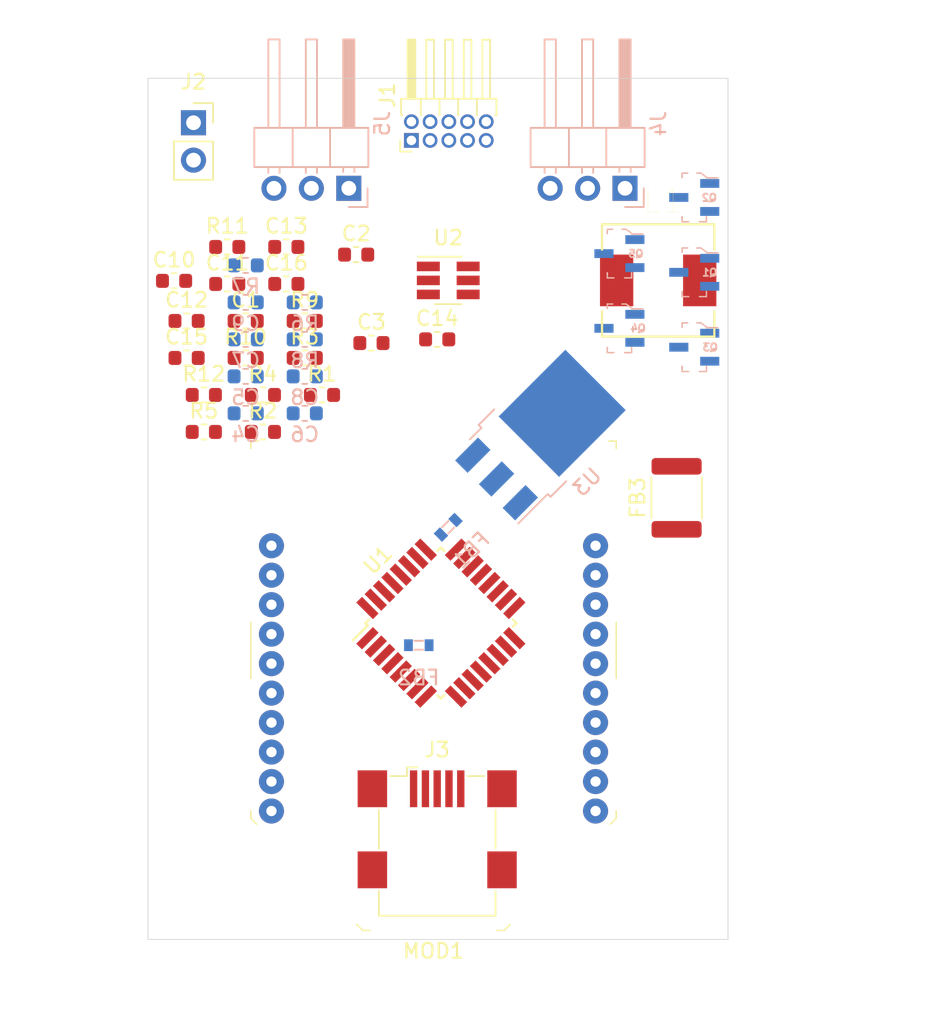
<source format=kicad_pcb>
(kicad_pcb (version 20171130) (host pcbnew 5.1.6)

  (general
    (thickness 1.6)
    (drawings 6)
    (tracks 0)
    (zones 0)
    (modules 46)
    (nets 82)
  )

  (page A4)
  (layers
    (0 F.Cu signal)
    (31 B.Cu signal)
    (32 B.Adhes user)
    (33 F.Adhes user)
    (34 B.Paste user)
    (35 F.Paste user)
    (36 B.SilkS user)
    (37 F.SilkS user)
    (38 B.Mask user)
    (39 F.Mask user)
    (40 Dwgs.User user)
    (41 Cmts.User user)
    (42 Eco1.User user)
    (43 Eco2.User user)
    (44 Edge.Cuts user)
    (45 Margin user)
    (46 B.CrtYd user)
    (47 F.CrtYd user)
    (48 B.Fab user)
    (49 F.Fab user)
  )

  (setup
    (last_trace_width 0.25)
    (trace_clearance 0.2)
    (zone_clearance 0.508)
    (zone_45_only no)
    (trace_min 0.2)
    (via_size 0.8)
    (via_drill 0.4)
    (via_min_size 0.4)
    (via_min_drill 0.3)
    (uvia_size 0.3)
    (uvia_drill 0.1)
    (uvias_allowed no)
    (uvia_min_size 0.2)
    (uvia_min_drill 0.1)
    (edge_width 0.05)
    (segment_width 0.2)
    (pcb_text_width 0.3)
    (pcb_text_size 1.5 1.5)
    (mod_edge_width 0.12)
    (mod_text_size 1 1)
    (mod_text_width 0.15)
    (pad_size 1.524 1.524)
    (pad_drill 0.762)
    (pad_to_mask_clearance 0.05)
    (aux_axis_origin 0 0)
    (visible_elements FFFFFF7F)
    (pcbplotparams
      (layerselection 0x010fc_ffffffff)
      (usegerberextensions false)
      (usegerberattributes true)
      (usegerberadvancedattributes true)
      (creategerberjobfile true)
      (excludeedgelayer true)
      (linewidth 0.100000)
      (plotframeref false)
      (viasonmask false)
      (mode 1)
      (useauxorigin false)
      (hpglpennumber 1)
      (hpglpenspeed 20)
      (hpglpendiameter 15.000000)
      (psnegative false)
      (psa4output false)
      (plotreference true)
      (plotvalue true)
      (plotinvisibletext false)
      (padsonsilk false)
      (subtractmaskfromsilk false)
      (outputformat 1)
      (mirror false)
      (drillshape 1)
      (scaleselection 1)
      (outputdirectory ""))
  )

  (net 0 "")
  (net 1 "Net-(J1-Pad10)")
  (net 2 "Net-(J1-Pad8)")
  (net 3 "Net-(J1-Pad7)")
  (net 4 "Net-(J1-Pad6)")
  (net 5 "Net-(J1-Pad4)")
  (net 6 "Net-(J1-Pad2)")
  (net 7 +3V3)
  (net 8 "Net-(MOD1-Pad20)")
  (net 9 "Net-(MOD1-Pad19)")
  (net 10 "Net-(MOD1-Pad18)")
  (net 11 "Net-(MOD1-Pad17)")
  (net 12 "Net-(MOD1-Pad16)")
  (net 13 "Net-(MOD1-Pad15)")
  (net 14 "Net-(MOD1-Pad14)")
  (net 15 "Net-(MOD1-Pad13)")
  (net 16 "Net-(MOD1-Pad12)")
  (net 17 "Net-(MOD1-Pad11)")
  (net 18 "Net-(MOD1-Pad10)")
  (net 19 "Net-(MOD1-Pad9)")
  (net 20 "Net-(MOD1-Pad8)")
  (net 21 "Net-(MOD1-Pad7)")
  (net 22 "Net-(MOD1-Pad6)")
  (net 23 "Net-(MOD1-Pad5)")
  (net 24 "Net-(MOD1-Pad4)")
  (net 25 "Net-(MOD1-Pad3)")
  (net 26 "Net-(MOD1-Pad2)")
  (net 27 "Net-(MOD1-Pad1)")
  (net 28 "Net-(U1-Pad32)")
  (net 29 "Net-(U1-Pad31)")
  (net 30 "Net-(U1-Pad27)")
  (net 31 "Net-(U1-Pad26)")
  (net 32 "Net-(U1-Pad25)")
  (net 33 "Net-(U1-Pad24)")
  (net 34 "Net-(U1-Pad23)")
  (net 35 "Net-(U1-Pad22)")
  (net 36 "Net-(U1-Pad21)")
  (net 37 "Net-(U1-Pad20)")
  (net 38 "Net-(U1-Pad19)")
  (net 39 "Net-(U1-Pad18)")
  (net 40 "Net-(U1-Pad17)")
  (net 41 "Net-(U1-Pad16)")
  (net 42 "Net-(U1-Pad15)")
  (net 43 "Net-(U1-Pad14)")
  (net 44 "Net-(U1-Pad13)")
  (net 45 "Net-(U1-Pad12)")
  (net 46 "Net-(U1-Pad11)")
  (net 47 "Net-(U1-Pad8)")
  (net 48 "Net-(U1-Pad7)")
  (net 49 "Net-(U1-Pad6)")
  (net 50 "Net-(U1-Pad5)")
  (net 51 "Net-(U1-Pad4)")
  (net 52 "Net-(U1-Pad3)")
  (net 53 /Brain/VCC_MCU_CORE)
  (net 54 /VBUS)
  (net 55 "Net-(C11-Pad1)")
  (net 56 -BATT)
  (net 57 "Net-(J3-Pad5)")
  (net 58 "Net-(J3-Pad4)")
  (net 59 "Net-(J3-Pad3)")
  (net 60 "Net-(J3-Pad2)")
  (net 61 "Net-(J3-Pad6)")
  (net 62 "Net-(Q1-Pad1)")
  (net 63 +BATT)
  (net 64 /Power/VBATT_EN)
  (net 65 /Power/VBUS_USB)
  (net 66 /Power/VBUS_BATT)
  (net 67 "Net-(Q2-Pad3)")
  (net 68 "Net-(Q3-Pad3)")
  (net 69 +5V)
  (net 70 "Net-(R7-Pad1)")
  (net 71 /Brain/XOUT32)
  (net 72 /Brain/XIN32)
  (net 73 "Net-(C3-Pad2)")
  (net 74 "Net-(C3-Pad1)")
  (net 75 "Net-(J4-Pad2)")
  (net 76 /Controls/SERVO_SIG)
  (net 77 "Net-(J5-Pad2)")
  (net 78 /Controls/ESC_SIG)
  (net 79 /VBattMeasure)
  (net 80 "Net-(R3-Pad2)")
  (net 81 /Brain/~MCU_RST)

  (net_class Default "This is the default net class."
    (clearance 0.2)
    (trace_width 0.25)
    (via_dia 0.8)
    (via_drill 0.4)
    (uvia_dia 0.3)
    (uvia_drill 0.1)
    (add_net +3V3)
    (add_net +5V)
    (add_net +BATT)
    (add_net -BATT)
    (add_net /Brain/VCC_MCU_CORE)
    (add_net /Brain/XIN32)
    (add_net /Brain/XOUT32)
    (add_net /Brain/~MCU_RST)
    (add_net /Controls/ESC_SIG)
    (add_net /Controls/SERVO_SIG)
    (add_net /Power/VBATT_EN)
    (add_net /Power/VBUS_BATT)
    (add_net /Power/VBUS_USB)
    (add_net /VBUS)
    (add_net /VBattMeasure)
    (add_net "Net-(C11-Pad1)")
    (add_net "Net-(C3-Pad1)")
    (add_net "Net-(C3-Pad2)")
    (add_net "Net-(J1-Pad10)")
    (add_net "Net-(J1-Pad2)")
    (add_net "Net-(J1-Pad4)")
    (add_net "Net-(J1-Pad6)")
    (add_net "Net-(J1-Pad7)")
    (add_net "Net-(J1-Pad8)")
    (add_net "Net-(J3-Pad2)")
    (add_net "Net-(J3-Pad3)")
    (add_net "Net-(J3-Pad4)")
    (add_net "Net-(J3-Pad5)")
    (add_net "Net-(J3-Pad6)")
    (add_net "Net-(J4-Pad2)")
    (add_net "Net-(J5-Pad2)")
    (add_net "Net-(MOD1-Pad1)")
    (add_net "Net-(MOD1-Pad10)")
    (add_net "Net-(MOD1-Pad11)")
    (add_net "Net-(MOD1-Pad12)")
    (add_net "Net-(MOD1-Pad13)")
    (add_net "Net-(MOD1-Pad14)")
    (add_net "Net-(MOD1-Pad15)")
    (add_net "Net-(MOD1-Pad16)")
    (add_net "Net-(MOD1-Pad17)")
    (add_net "Net-(MOD1-Pad18)")
    (add_net "Net-(MOD1-Pad19)")
    (add_net "Net-(MOD1-Pad2)")
    (add_net "Net-(MOD1-Pad20)")
    (add_net "Net-(MOD1-Pad3)")
    (add_net "Net-(MOD1-Pad4)")
    (add_net "Net-(MOD1-Pad5)")
    (add_net "Net-(MOD1-Pad6)")
    (add_net "Net-(MOD1-Pad7)")
    (add_net "Net-(MOD1-Pad8)")
    (add_net "Net-(MOD1-Pad9)")
    (add_net "Net-(Q1-Pad1)")
    (add_net "Net-(Q2-Pad3)")
    (add_net "Net-(Q3-Pad3)")
    (add_net "Net-(R3-Pad2)")
    (add_net "Net-(R7-Pad1)")
    (add_net "Net-(U1-Pad11)")
    (add_net "Net-(U1-Pad12)")
    (add_net "Net-(U1-Pad13)")
    (add_net "Net-(U1-Pad14)")
    (add_net "Net-(U1-Pad15)")
    (add_net "Net-(U1-Pad16)")
    (add_net "Net-(U1-Pad17)")
    (add_net "Net-(U1-Pad18)")
    (add_net "Net-(U1-Pad19)")
    (add_net "Net-(U1-Pad20)")
    (add_net "Net-(U1-Pad21)")
    (add_net "Net-(U1-Pad22)")
    (add_net "Net-(U1-Pad23)")
    (add_net "Net-(U1-Pad24)")
    (add_net "Net-(U1-Pad25)")
    (add_net "Net-(U1-Pad26)")
    (add_net "Net-(U1-Pad27)")
    (add_net "Net-(U1-Pad3)")
    (add_net "Net-(U1-Pad31)")
    (add_net "Net-(U1-Pad32)")
    (add_net "Net-(U1-Pad4)")
    (add_net "Net-(U1-Pad5)")
    (add_net "Net-(U1-Pad6)")
    (add_net "Net-(U1-Pad7)")
    (add_net "Net-(U1-Pad8)")
  )

  (module Connector_PinHeader_2.54mm:PinHeader_1x03_P2.54mm_Horizontal (layer B.Cu) (tedit 59FED5CB) (tstamp 5F781A3E)
    (at 116.5 41.75 90)
    (descr "Through hole angled pin header, 1x03, 2.54mm pitch, 6mm pin length, single row")
    (tags "Through hole angled pin header THT 1x03 2.54mm single row")
    (path /5F83D554/5F83E17B)
    (fp_text reference J5 (at 4.385 2.27 90) (layer B.SilkS)
      (effects (font (size 1 1) (thickness 0.15)) (justify mirror))
    )
    (fp_text value ESC_Header (at 4.385 -7.35 90) (layer B.Fab)
      (effects (font (size 1 1) (thickness 0.15)) (justify mirror))
    )
    (fp_text user %R (at 2.77 -2.54 180) (layer B.Fab)
      (effects (font (size 1 1) (thickness 0.15)) (justify mirror))
    )
    (fp_line (start 2.135 1.27) (end 4.04 1.27) (layer B.Fab) (width 0.1))
    (fp_line (start 4.04 1.27) (end 4.04 -6.35) (layer B.Fab) (width 0.1))
    (fp_line (start 4.04 -6.35) (end 1.5 -6.35) (layer B.Fab) (width 0.1))
    (fp_line (start 1.5 -6.35) (end 1.5 0.635) (layer B.Fab) (width 0.1))
    (fp_line (start 1.5 0.635) (end 2.135 1.27) (layer B.Fab) (width 0.1))
    (fp_line (start -0.32 0.32) (end 1.5 0.32) (layer B.Fab) (width 0.1))
    (fp_line (start -0.32 0.32) (end -0.32 -0.32) (layer B.Fab) (width 0.1))
    (fp_line (start -0.32 -0.32) (end 1.5 -0.32) (layer B.Fab) (width 0.1))
    (fp_line (start 4.04 0.32) (end 10.04 0.32) (layer B.Fab) (width 0.1))
    (fp_line (start 10.04 0.32) (end 10.04 -0.32) (layer B.Fab) (width 0.1))
    (fp_line (start 4.04 -0.32) (end 10.04 -0.32) (layer B.Fab) (width 0.1))
    (fp_line (start -0.32 -2.22) (end 1.5 -2.22) (layer B.Fab) (width 0.1))
    (fp_line (start -0.32 -2.22) (end -0.32 -2.86) (layer B.Fab) (width 0.1))
    (fp_line (start -0.32 -2.86) (end 1.5 -2.86) (layer B.Fab) (width 0.1))
    (fp_line (start 4.04 -2.22) (end 10.04 -2.22) (layer B.Fab) (width 0.1))
    (fp_line (start 10.04 -2.22) (end 10.04 -2.86) (layer B.Fab) (width 0.1))
    (fp_line (start 4.04 -2.86) (end 10.04 -2.86) (layer B.Fab) (width 0.1))
    (fp_line (start -0.32 -4.76) (end 1.5 -4.76) (layer B.Fab) (width 0.1))
    (fp_line (start -0.32 -4.76) (end -0.32 -5.4) (layer B.Fab) (width 0.1))
    (fp_line (start -0.32 -5.4) (end 1.5 -5.4) (layer B.Fab) (width 0.1))
    (fp_line (start 4.04 -4.76) (end 10.04 -4.76) (layer B.Fab) (width 0.1))
    (fp_line (start 10.04 -4.76) (end 10.04 -5.4) (layer B.Fab) (width 0.1))
    (fp_line (start 4.04 -5.4) (end 10.04 -5.4) (layer B.Fab) (width 0.1))
    (fp_line (start 1.44 1.33) (end 1.44 -6.41) (layer B.SilkS) (width 0.12))
    (fp_line (start 1.44 -6.41) (end 4.1 -6.41) (layer B.SilkS) (width 0.12))
    (fp_line (start 4.1 -6.41) (end 4.1 1.33) (layer B.SilkS) (width 0.12))
    (fp_line (start 4.1 1.33) (end 1.44 1.33) (layer B.SilkS) (width 0.12))
    (fp_line (start 4.1 0.38) (end 10.1 0.38) (layer B.SilkS) (width 0.12))
    (fp_line (start 10.1 0.38) (end 10.1 -0.38) (layer B.SilkS) (width 0.12))
    (fp_line (start 10.1 -0.38) (end 4.1 -0.38) (layer B.SilkS) (width 0.12))
    (fp_line (start 4.1 0.32) (end 10.1 0.32) (layer B.SilkS) (width 0.12))
    (fp_line (start 4.1 0.2) (end 10.1 0.2) (layer B.SilkS) (width 0.12))
    (fp_line (start 4.1 0.08) (end 10.1 0.08) (layer B.SilkS) (width 0.12))
    (fp_line (start 4.1 -0.04) (end 10.1 -0.04) (layer B.SilkS) (width 0.12))
    (fp_line (start 4.1 -0.16) (end 10.1 -0.16) (layer B.SilkS) (width 0.12))
    (fp_line (start 4.1 -0.28) (end 10.1 -0.28) (layer B.SilkS) (width 0.12))
    (fp_line (start 1.11 0.38) (end 1.44 0.38) (layer B.SilkS) (width 0.12))
    (fp_line (start 1.11 -0.38) (end 1.44 -0.38) (layer B.SilkS) (width 0.12))
    (fp_line (start 1.44 -1.27) (end 4.1 -1.27) (layer B.SilkS) (width 0.12))
    (fp_line (start 4.1 -2.16) (end 10.1 -2.16) (layer B.SilkS) (width 0.12))
    (fp_line (start 10.1 -2.16) (end 10.1 -2.92) (layer B.SilkS) (width 0.12))
    (fp_line (start 10.1 -2.92) (end 4.1 -2.92) (layer B.SilkS) (width 0.12))
    (fp_line (start 1.042929 -2.16) (end 1.44 -2.16) (layer B.SilkS) (width 0.12))
    (fp_line (start 1.042929 -2.92) (end 1.44 -2.92) (layer B.SilkS) (width 0.12))
    (fp_line (start 1.44 -3.81) (end 4.1 -3.81) (layer B.SilkS) (width 0.12))
    (fp_line (start 4.1 -4.7) (end 10.1 -4.7) (layer B.SilkS) (width 0.12))
    (fp_line (start 10.1 -4.7) (end 10.1 -5.46) (layer B.SilkS) (width 0.12))
    (fp_line (start 10.1 -5.46) (end 4.1 -5.46) (layer B.SilkS) (width 0.12))
    (fp_line (start 1.042929 -4.7) (end 1.44 -4.7) (layer B.SilkS) (width 0.12))
    (fp_line (start 1.042929 -5.46) (end 1.44 -5.46) (layer B.SilkS) (width 0.12))
    (fp_line (start -1.27 0) (end -1.27 1.27) (layer B.SilkS) (width 0.12))
    (fp_line (start -1.27 1.27) (end 0 1.27) (layer B.SilkS) (width 0.12))
    (fp_line (start -1.8 1.8) (end -1.8 -6.85) (layer B.CrtYd) (width 0.05))
    (fp_line (start -1.8 -6.85) (end 10.55 -6.85) (layer B.CrtYd) (width 0.05))
    (fp_line (start 10.55 -6.85) (end 10.55 1.8) (layer B.CrtYd) (width 0.05))
    (fp_line (start 10.55 1.8) (end -1.8 1.8) (layer B.CrtYd) (width 0.05))
    (pad 3 thru_hole oval (at 0 -5.08 90) (size 1.7 1.7) (drill 1) (layers *.Cu *.Mask)
      (net 78 /Controls/ESC_SIG))
    (pad 2 thru_hole oval (at 0 -2.54 90) (size 1.7 1.7) (drill 1) (layers *.Cu *.Mask)
      (net 77 "Net-(J5-Pad2)"))
    (pad 1 thru_hole rect (at 0 0 90) (size 1.7 1.7) (drill 1) (layers *.Cu *.Mask)
      (net 56 -BATT))
    (model ${KISYS3DMOD}/Connector_PinHeader_2.54mm.3dshapes/PinHeader_1x03_P2.54mm_Horizontal.wrl
      (at (xyz 0 0 0))
      (scale (xyz 1 1 1))
      (rotate (xyz 0 0 0))
    )
  )

  (module Connector_PinHeader_2.54mm:PinHeader_1x03_P2.54mm_Horizontal (layer B.Cu) (tedit 59FED5CB) (tstamp 5F7819FE)
    (at 135.25 41.75 90)
    (descr "Through hole angled pin header, 1x03, 2.54mm pitch, 6mm pin length, single row")
    (tags "Through hole angled pin header THT 1x03 2.54mm single row")
    (path /5F83D554/5F83D7B2)
    (fp_text reference J4 (at 4.385 2.27 90) (layer B.SilkS)
      (effects (font (size 1 1) (thickness 0.15)) (justify mirror))
    )
    (fp_text value SERVO_Header (at 4.385 -7.35 90) (layer B.Fab)
      (effects (font (size 1 1) (thickness 0.15)) (justify mirror))
    )
    (fp_text user %R (at 2.77 -2.54 180) (layer B.Fab)
      (effects (font (size 1 1) (thickness 0.15)) (justify mirror))
    )
    (fp_line (start 2.135 1.27) (end 4.04 1.27) (layer B.Fab) (width 0.1))
    (fp_line (start 4.04 1.27) (end 4.04 -6.35) (layer B.Fab) (width 0.1))
    (fp_line (start 4.04 -6.35) (end 1.5 -6.35) (layer B.Fab) (width 0.1))
    (fp_line (start 1.5 -6.35) (end 1.5 0.635) (layer B.Fab) (width 0.1))
    (fp_line (start 1.5 0.635) (end 2.135 1.27) (layer B.Fab) (width 0.1))
    (fp_line (start -0.32 0.32) (end 1.5 0.32) (layer B.Fab) (width 0.1))
    (fp_line (start -0.32 0.32) (end -0.32 -0.32) (layer B.Fab) (width 0.1))
    (fp_line (start -0.32 -0.32) (end 1.5 -0.32) (layer B.Fab) (width 0.1))
    (fp_line (start 4.04 0.32) (end 10.04 0.32) (layer B.Fab) (width 0.1))
    (fp_line (start 10.04 0.32) (end 10.04 -0.32) (layer B.Fab) (width 0.1))
    (fp_line (start 4.04 -0.32) (end 10.04 -0.32) (layer B.Fab) (width 0.1))
    (fp_line (start -0.32 -2.22) (end 1.5 -2.22) (layer B.Fab) (width 0.1))
    (fp_line (start -0.32 -2.22) (end -0.32 -2.86) (layer B.Fab) (width 0.1))
    (fp_line (start -0.32 -2.86) (end 1.5 -2.86) (layer B.Fab) (width 0.1))
    (fp_line (start 4.04 -2.22) (end 10.04 -2.22) (layer B.Fab) (width 0.1))
    (fp_line (start 10.04 -2.22) (end 10.04 -2.86) (layer B.Fab) (width 0.1))
    (fp_line (start 4.04 -2.86) (end 10.04 -2.86) (layer B.Fab) (width 0.1))
    (fp_line (start -0.32 -4.76) (end 1.5 -4.76) (layer B.Fab) (width 0.1))
    (fp_line (start -0.32 -4.76) (end -0.32 -5.4) (layer B.Fab) (width 0.1))
    (fp_line (start -0.32 -5.4) (end 1.5 -5.4) (layer B.Fab) (width 0.1))
    (fp_line (start 4.04 -4.76) (end 10.04 -4.76) (layer B.Fab) (width 0.1))
    (fp_line (start 10.04 -4.76) (end 10.04 -5.4) (layer B.Fab) (width 0.1))
    (fp_line (start 4.04 -5.4) (end 10.04 -5.4) (layer B.Fab) (width 0.1))
    (fp_line (start 1.44 1.33) (end 1.44 -6.41) (layer B.SilkS) (width 0.12))
    (fp_line (start 1.44 -6.41) (end 4.1 -6.41) (layer B.SilkS) (width 0.12))
    (fp_line (start 4.1 -6.41) (end 4.1 1.33) (layer B.SilkS) (width 0.12))
    (fp_line (start 4.1 1.33) (end 1.44 1.33) (layer B.SilkS) (width 0.12))
    (fp_line (start 4.1 0.38) (end 10.1 0.38) (layer B.SilkS) (width 0.12))
    (fp_line (start 10.1 0.38) (end 10.1 -0.38) (layer B.SilkS) (width 0.12))
    (fp_line (start 10.1 -0.38) (end 4.1 -0.38) (layer B.SilkS) (width 0.12))
    (fp_line (start 4.1 0.32) (end 10.1 0.32) (layer B.SilkS) (width 0.12))
    (fp_line (start 4.1 0.2) (end 10.1 0.2) (layer B.SilkS) (width 0.12))
    (fp_line (start 4.1 0.08) (end 10.1 0.08) (layer B.SilkS) (width 0.12))
    (fp_line (start 4.1 -0.04) (end 10.1 -0.04) (layer B.SilkS) (width 0.12))
    (fp_line (start 4.1 -0.16) (end 10.1 -0.16) (layer B.SilkS) (width 0.12))
    (fp_line (start 4.1 -0.28) (end 10.1 -0.28) (layer B.SilkS) (width 0.12))
    (fp_line (start 1.11 0.38) (end 1.44 0.38) (layer B.SilkS) (width 0.12))
    (fp_line (start 1.11 -0.38) (end 1.44 -0.38) (layer B.SilkS) (width 0.12))
    (fp_line (start 1.44 -1.27) (end 4.1 -1.27) (layer B.SilkS) (width 0.12))
    (fp_line (start 4.1 -2.16) (end 10.1 -2.16) (layer B.SilkS) (width 0.12))
    (fp_line (start 10.1 -2.16) (end 10.1 -2.92) (layer B.SilkS) (width 0.12))
    (fp_line (start 10.1 -2.92) (end 4.1 -2.92) (layer B.SilkS) (width 0.12))
    (fp_line (start 1.042929 -2.16) (end 1.44 -2.16) (layer B.SilkS) (width 0.12))
    (fp_line (start 1.042929 -2.92) (end 1.44 -2.92) (layer B.SilkS) (width 0.12))
    (fp_line (start 1.44 -3.81) (end 4.1 -3.81) (layer B.SilkS) (width 0.12))
    (fp_line (start 4.1 -4.7) (end 10.1 -4.7) (layer B.SilkS) (width 0.12))
    (fp_line (start 10.1 -4.7) (end 10.1 -5.46) (layer B.SilkS) (width 0.12))
    (fp_line (start 10.1 -5.46) (end 4.1 -5.46) (layer B.SilkS) (width 0.12))
    (fp_line (start 1.042929 -4.7) (end 1.44 -4.7) (layer B.SilkS) (width 0.12))
    (fp_line (start 1.042929 -5.46) (end 1.44 -5.46) (layer B.SilkS) (width 0.12))
    (fp_line (start -1.27 0) (end -1.27 1.27) (layer B.SilkS) (width 0.12))
    (fp_line (start -1.27 1.27) (end 0 1.27) (layer B.SilkS) (width 0.12))
    (fp_line (start -1.8 1.8) (end -1.8 -6.85) (layer B.CrtYd) (width 0.05))
    (fp_line (start -1.8 -6.85) (end 10.55 -6.85) (layer B.CrtYd) (width 0.05))
    (fp_line (start 10.55 -6.85) (end 10.55 1.8) (layer B.CrtYd) (width 0.05))
    (fp_line (start 10.55 1.8) (end -1.8 1.8) (layer B.CrtYd) (width 0.05))
    (pad 3 thru_hole oval (at 0 -5.08 90) (size 1.7 1.7) (drill 1) (layers *.Cu *.Mask)
      (net 76 /Controls/SERVO_SIG))
    (pad 2 thru_hole oval (at 0 -2.54 90) (size 1.7 1.7) (drill 1) (layers *.Cu *.Mask)
      (net 75 "Net-(J4-Pad2)"))
    (pad 1 thru_hole rect (at 0 0 90) (size 1.7 1.7) (drill 1) (layers *.Cu *.Mask)
      (net 56 -BATT))
    (model ${KISYS3DMOD}/Connector_PinHeader_2.54mm.3dshapes/PinHeader_1x03_P2.54mm_Horizontal.wrl
      (at (xyz 0 0 0))
      (scale (xyz 1 1 1))
      (rotate (xyz 0 0 0))
    )
  )

  (module plib:INDM7676X355N (layer F.Cu) (tedit 5F769DE2) (tstamp 5F77B639)
    (at 137.5 48)
    (path /5F774081/5F7715ED)
    (fp_text reference L1 (at 0.356195 -5.393825) (layer F.SilkS)
      (effects (font (size 1.642748 1.642748) (thickness 0.015)))
    )
    (fp_text value "1.5uH - 13mOhm" (at 8.091115 5.877535) (layer F.Fab)
      (effects (font (size 1.642827 1.642827) (thickness 0.015)))
    )
    (fp_line (start 3.81 -2.0828) (end 3.81 -3.81) (layer F.SilkS) (width 0.1524))
    (fp_line (start -3.81 2.0828) (end -3.81 3.81) (layer F.SilkS) (width 0.1524))
    (fp_line (start -3.81 3.81) (end 3.81 3.81) (layer F.SilkS) (width 0.1524))
    (fp_line (start 3.81 3.81) (end 3.81 2.0828) (layer F.SilkS) (width 0.1524))
    (fp_line (start 3.81 -3.81) (end -3.81 -3.81) (layer F.SilkS) (width 0.1524))
    (fp_line (start -3.81 -3.81) (end -3.81 -2.0828) (layer F.SilkS) (width 0.1524))
    (fp_line (start -3.81 -1.905) (end -1.905 -3.81) (layer F.Fab) (width 0.1524))
    (fp_line (start -3.81 1.905) (end -1.905 3.81) (layer F.Fab) (width 0.1524))
    (fp_line (start -3.81 3.81) (end 3.81 3.81) (layer F.Fab) (width 0.1524))
    (fp_line (start 3.81 3.81) (end 3.81 -3.81) (layer F.Fab) (width 0.1524))
    (fp_line (start 3.81 -3.81) (end -3.81 -3.81) (layer F.Fab) (width 0.1524))
    (fp_line (start -3.81 -3.81) (end -3.81 3.81) (layer F.Fab) (width 0.1524))
    (pad 2 smd rect (at 2.8194 0) (size 2.2606 3.5052) (layers F.Cu F.Paste F.Mask)
      (net 66 /Power/VBUS_BATT))
    (pad 1 smd rect (at -2.8194 0) (size 2.2606 3.5052) (layers F.Cu F.Paste F.Mask)
      (net 74 "Net-(C3-Pad1)"))
  )

  (module Package_TO_SOT_SMD:SOT-23-6_Handsoldering (layer F.Cu) (tedit 5A02FF57) (tstamp 5F775933)
    (at 123.25 48)
    (descr "6-pin SOT-23 package, Handsoldering")
    (tags "SOT-23-6 Handsoldering")
    (path /5F774081/5F76878D)
    (attr smd)
    (fp_text reference U2 (at 0 -2.9) (layer F.SilkS)
      (effects (font (size 1 1) (thickness 0.15)))
    )
    (fp_text value TPS563249DDC (at 0 2.9) (layer F.Fab)
      (effects (font (size 1 1) (thickness 0.15)))
    )
    (fp_text user %R (at 0 0 90) (layer F.Fab)
      (effects (font (size 0.5 0.5) (thickness 0.075)))
    )
    (fp_line (start -0.9 1.61) (end 0.9 1.61) (layer F.SilkS) (width 0.12))
    (fp_line (start 0.9 -1.61) (end -2.05 -1.61) (layer F.SilkS) (width 0.12))
    (fp_line (start -2.4 1.8) (end -2.4 -1.8) (layer F.CrtYd) (width 0.05))
    (fp_line (start 2.4 1.8) (end -2.4 1.8) (layer F.CrtYd) (width 0.05))
    (fp_line (start 2.4 -1.8) (end 2.4 1.8) (layer F.CrtYd) (width 0.05))
    (fp_line (start -2.4 -1.8) (end 2.4 -1.8) (layer F.CrtYd) (width 0.05))
    (fp_line (start -0.9 -0.9) (end -0.25 -1.55) (layer F.Fab) (width 0.1))
    (fp_line (start 0.9 -1.55) (end -0.25 -1.55) (layer F.Fab) (width 0.1))
    (fp_line (start -0.9 -0.9) (end -0.9 1.55) (layer F.Fab) (width 0.1))
    (fp_line (start 0.9 1.55) (end -0.9 1.55) (layer F.Fab) (width 0.1))
    (fp_line (start 0.9 -1.55) (end 0.9 1.55) (layer F.Fab) (width 0.1))
    (pad 5 smd rect (at 1.35 0) (size 1.56 0.65) (layers F.Cu F.Paste F.Mask)
      (net 64 /Power/VBATT_EN))
    (pad 6 smd rect (at 1.35 -0.95) (size 1.56 0.65) (layers F.Cu F.Paste F.Mask)
      (net 73 "Net-(C3-Pad2)"))
    (pad 4 smd rect (at 1.35 0.95) (size 1.56 0.65) (layers F.Cu F.Paste F.Mask)
      (net 80 "Net-(R3-Pad2)"))
    (pad 3 smd rect (at -1.35 0.95) (size 1.56 0.65) (layers F.Cu F.Paste F.Mask)
      (net 63 +BATT))
    (pad 2 smd rect (at -1.35 0) (size 1.56 0.65) (layers F.Cu F.Paste F.Mask)
      (net 74 "Net-(C3-Pad1)"))
    (pad 1 smd rect (at -1.35 -0.95) (size 1.56 0.65) (layers F.Cu F.Paste F.Mask)
      (net 56 -BATT))
    (model ${KISYS3DMOD}/Package_TO_SOT_SMD.3dshapes/SOT-23-6.wrl
      (at (xyz 0 0 0))
      (scale (xyz 1 1 1))
      (rotate (xyz 0 0 0))
    )
  )

  (module Resistor_SMD:R_0603_1608Metric (layer F.Cu) (tedit 5B301BBD) (tstamp 5F7758A1)
    (at 106.66 55.77)
    (descr "Resistor SMD 0603 (1608 Metric), square (rectangular) end terminal, IPC_7351 nominal, (Body size source: http://www.tortai-tech.com/upload/download/2011102023233369053.pdf), generated with kicad-footprint-generator")
    (tags resistor)
    (path /5F774081/5F954132)
    (attr smd)
    (fp_text reference R12 (at 0 -1.43) (layer F.SilkS)
      (effects (font (size 1 1) (thickness 0.15)))
    )
    (fp_text value 100k (at 0 1.43) (layer F.Fab)
      (effects (font (size 1 1) (thickness 0.15)))
    )
    (fp_text user %R (at 0 0) (layer F.Fab)
      (effects (font (size 0.4 0.4) (thickness 0.06)))
    )
    (fp_line (start -0.8 0.4) (end -0.8 -0.4) (layer F.Fab) (width 0.1))
    (fp_line (start -0.8 -0.4) (end 0.8 -0.4) (layer F.Fab) (width 0.1))
    (fp_line (start 0.8 -0.4) (end 0.8 0.4) (layer F.Fab) (width 0.1))
    (fp_line (start 0.8 0.4) (end -0.8 0.4) (layer F.Fab) (width 0.1))
    (fp_line (start -0.162779 -0.51) (end 0.162779 -0.51) (layer F.SilkS) (width 0.12))
    (fp_line (start -0.162779 0.51) (end 0.162779 0.51) (layer F.SilkS) (width 0.12))
    (fp_line (start -1.48 0.73) (end -1.48 -0.73) (layer F.CrtYd) (width 0.05))
    (fp_line (start -1.48 -0.73) (end 1.48 -0.73) (layer F.CrtYd) (width 0.05))
    (fp_line (start 1.48 -0.73) (end 1.48 0.73) (layer F.CrtYd) (width 0.05))
    (fp_line (start 1.48 0.73) (end -1.48 0.73) (layer F.CrtYd) (width 0.05))
    (pad 2 smd roundrect (at 0.7875 0) (size 0.875 0.95) (layers F.Cu F.Paste F.Mask) (roundrect_rratio 0.25)
      (net 56 -BATT))
    (pad 1 smd roundrect (at -0.7875 0) (size 0.875 0.95) (layers F.Cu F.Paste F.Mask) (roundrect_rratio 0.25)
      (net 67 "Net-(Q2-Pad3)"))
    (model ${KISYS3DMOD}/Resistor_SMD.3dshapes/R_0603_1608Metric.wrl
      (at (xyz 0 0 0))
      (scale (xyz 1 1 1))
      (rotate (xyz 0 0 0))
    )
  )

  (module Resistor_SMD:R_0603_1608Metric (layer F.Cu) (tedit 5B301BBD) (tstamp 5F775890)
    (at 108.25 45.73)
    (descr "Resistor SMD 0603 (1608 Metric), square (rectangular) end terminal, IPC_7351 nominal, (Body size source: http://www.tortai-tech.com/upload/download/2011102023233369053.pdf), generated with kicad-footprint-generator")
    (tags resistor)
    (path /5F774081/5F9699F8)
    (attr smd)
    (fp_text reference R11 (at 0 -1.43) (layer F.SilkS)
      (effects (font (size 1 1) (thickness 0.15)))
    )
    (fp_text value 100k (at 0 1.43) (layer F.Fab)
      (effects (font (size 1 1) (thickness 0.15)))
    )
    (fp_text user %R (at 0 0) (layer F.Fab)
      (effects (font (size 0.4 0.4) (thickness 0.06)))
    )
    (fp_line (start -0.8 0.4) (end -0.8 -0.4) (layer F.Fab) (width 0.1))
    (fp_line (start -0.8 -0.4) (end 0.8 -0.4) (layer F.Fab) (width 0.1))
    (fp_line (start 0.8 -0.4) (end 0.8 0.4) (layer F.Fab) (width 0.1))
    (fp_line (start 0.8 0.4) (end -0.8 0.4) (layer F.Fab) (width 0.1))
    (fp_line (start -0.162779 -0.51) (end 0.162779 -0.51) (layer F.SilkS) (width 0.12))
    (fp_line (start -0.162779 0.51) (end 0.162779 0.51) (layer F.SilkS) (width 0.12))
    (fp_line (start -1.48 0.73) (end -1.48 -0.73) (layer F.CrtYd) (width 0.05))
    (fp_line (start -1.48 -0.73) (end 1.48 -0.73) (layer F.CrtYd) (width 0.05))
    (fp_line (start 1.48 -0.73) (end 1.48 0.73) (layer F.CrtYd) (width 0.05))
    (fp_line (start 1.48 0.73) (end -1.48 0.73) (layer F.CrtYd) (width 0.05))
    (pad 2 smd roundrect (at 0.7875 0) (size 0.875 0.95) (layers F.Cu F.Paste F.Mask) (roundrect_rratio 0.25)
      (net 56 -BATT))
    (pad 1 smd roundrect (at -0.7875 0) (size 0.875 0.95) (layers F.Cu F.Paste F.Mask) (roundrect_rratio 0.25)
      (net 65 /Power/VBUS_USB))
    (model ${KISYS3DMOD}/Resistor_SMD.3dshapes/R_0603_1608Metric.wrl
      (at (xyz 0 0 0))
      (scale (xyz 1 1 1))
      (rotate (xyz 0 0 0))
    )
  )

  (module Resistor_SMD:R_0603_1608Metric (layer F.Cu) (tedit 5B301BBD) (tstamp 5F77587F)
    (at 109.5 53.26)
    (descr "Resistor SMD 0603 (1608 Metric), square (rectangular) end terminal, IPC_7351 nominal, (Body size source: http://www.tortai-tech.com/upload/download/2011102023233369053.pdf), generated with kicad-footprint-generator")
    (tags resistor)
    (path /5F774081/5F97D126)
    (attr smd)
    (fp_text reference R10 (at 0 -1.43) (layer F.SilkS)
      (effects (font (size 1 1) (thickness 0.15)))
    )
    (fp_text value 100k (at 0 1.43) (layer F.Fab)
      (effects (font (size 1 1) (thickness 0.15)))
    )
    (fp_text user %R (at 0 0) (layer F.Fab)
      (effects (font (size 0.4 0.4) (thickness 0.06)))
    )
    (fp_line (start -0.8 0.4) (end -0.8 -0.4) (layer F.Fab) (width 0.1))
    (fp_line (start -0.8 -0.4) (end 0.8 -0.4) (layer F.Fab) (width 0.1))
    (fp_line (start 0.8 -0.4) (end 0.8 0.4) (layer F.Fab) (width 0.1))
    (fp_line (start 0.8 0.4) (end -0.8 0.4) (layer F.Fab) (width 0.1))
    (fp_line (start -0.162779 -0.51) (end 0.162779 -0.51) (layer F.SilkS) (width 0.12))
    (fp_line (start -0.162779 0.51) (end 0.162779 0.51) (layer F.SilkS) (width 0.12))
    (fp_line (start -1.48 0.73) (end -1.48 -0.73) (layer F.CrtYd) (width 0.05))
    (fp_line (start -1.48 -0.73) (end 1.48 -0.73) (layer F.CrtYd) (width 0.05))
    (fp_line (start 1.48 -0.73) (end 1.48 0.73) (layer F.CrtYd) (width 0.05))
    (fp_line (start 1.48 0.73) (end -1.48 0.73) (layer F.CrtYd) (width 0.05))
    (pad 2 smd roundrect (at 0.7875 0) (size 0.875 0.95) (layers F.Cu F.Paste F.Mask) (roundrect_rratio 0.25)
      (net 56 -BATT))
    (pad 1 smd roundrect (at -0.7875 0) (size 0.875 0.95) (layers F.Cu F.Paste F.Mask) (roundrect_rratio 0.25)
      (net 66 /Power/VBUS_BATT))
    (model ${KISYS3DMOD}/Resistor_SMD.3dshapes/R_0603_1608Metric.wrl
      (at (xyz 0 0 0))
      (scale (xyz 1 1 1))
      (rotate (xyz 0 0 0))
    )
  )

  (module Resistor_SMD:R_0603_1608Metric (layer F.Cu) (tedit 5B301BBD) (tstamp 5F77586E)
    (at 113.51 50.75)
    (descr "Resistor SMD 0603 (1608 Metric), square (rectangular) end terminal, IPC_7351 nominal, (Body size source: http://www.tortai-tech.com/upload/download/2011102023233369053.pdf), generated with kicad-footprint-generator")
    (tags resistor)
    (path /5F774081/5F9CF261)
    (attr smd)
    (fp_text reference R9 (at 0 -1.43) (layer F.SilkS)
      (effects (font (size 1 1) (thickness 0.15)))
    )
    (fp_text value 4.7k (at 0 1.43) (layer F.Fab)
      (effects (font (size 1 1) (thickness 0.15)))
    )
    (fp_text user %R (at 0 0) (layer F.Fab)
      (effects (font (size 0.4 0.4) (thickness 0.06)))
    )
    (fp_line (start -0.8 0.4) (end -0.8 -0.4) (layer F.Fab) (width 0.1))
    (fp_line (start -0.8 -0.4) (end 0.8 -0.4) (layer F.Fab) (width 0.1))
    (fp_line (start 0.8 -0.4) (end 0.8 0.4) (layer F.Fab) (width 0.1))
    (fp_line (start 0.8 0.4) (end -0.8 0.4) (layer F.Fab) (width 0.1))
    (fp_line (start -0.162779 -0.51) (end 0.162779 -0.51) (layer F.SilkS) (width 0.12))
    (fp_line (start -0.162779 0.51) (end 0.162779 0.51) (layer F.SilkS) (width 0.12))
    (fp_line (start -1.48 0.73) (end -1.48 -0.73) (layer F.CrtYd) (width 0.05))
    (fp_line (start -1.48 -0.73) (end 1.48 -0.73) (layer F.CrtYd) (width 0.05))
    (fp_line (start 1.48 -0.73) (end 1.48 0.73) (layer F.CrtYd) (width 0.05))
    (fp_line (start 1.48 0.73) (end -1.48 0.73) (layer F.CrtYd) (width 0.05))
    (pad 2 smd roundrect (at 0.7875 0) (size 0.875 0.95) (layers F.Cu F.Paste F.Mask) (roundrect_rratio 0.25)
      (net 56 -BATT))
    (pad 1 smd roundrect (at -0.7875 0) (size 0.875 0.95) (layers F.Cu F.Paste F.Mask) (roundrect_rratio 0.25)
      (net 62 "Net-(Q1-Pad1)"))
    (model ${KISYS3DMOD}/Resistor_SMD.3dshapes/R_0603_1608Metric.wrl
      (at (xyz 0 0 0))
      (scale (xyz 1 1 1))
      (rotate (xyz 0 0 0))
    )
  )

  (module Resistor_SMD:R_0603_1608Metric (layer B.Cu) (tedit 5B301BBD) (tstamp 5F77585D)
    (at 113.51 52)
    (descr "Resistor SMD 0603 (1608 Metric), square (rectangular) end terminal, IPC_7351 nominal, (Body size source: http://www.tortai-tech.com/upload/download/2011102023233369053.pdf), generated with kicad-footprint-generator")
    (tags resistor)
    (path /5F7734A5/5FAF50EB)
    (attr smd)
    (fp_text reference R8 (at 0 1.43) (layer B.SilkS)
      (effects (font (size 1 1) (thickness 0.15)) (justify mirror))
    )
    (fp_text value 330R (at 0 -1.43) (layer B.Fab)
      (effects (font (size 1 1) (thickness 0.15)) (justify mirror))
    )
    (fp_text user %R (at 0 0) (layer B.Fab)
      (effects (font (size 0.4 0.4) (thickness 0.06)) (justify mirror))
    )
    (fp_line (start -0.8 -0.4) (end -0.8 0.4) (layer B.Fab) (width 0.1))
    (fp_line (start -0.8 0.4) (end 0.8 0.4) (layer B.Fab) (width 0.1))
    (fp_line (start 0.8 0.4) (end 0.8 -0.4) (layer B.Fab) (width 0.1))
    (fp_line (start 0.8 -0.4) (end -0.8 -0.4) (layer B.Fab) (width 0.1))
    (fp_line (start -0.162779 0.51) (end 0.162779 0.51) (layer B.SilkS) (width 0.12))
    (fp_line (start -0.162779 -0.51) (end 0.162779 -0.51) (layer B.SilkS) (width 0.12))
    (fp_line (start -1.48 -0.73) (end -1.48 0.73) (layer B.CrtYd) (width 0.05))
    (fp_line (start -1.48 0.73) (end 1.48 0.73) (layer B.CrtYd) (width 0.05))
    (fp_line (start 1.48 0.73) (end 1.48 -0.73) (layer B.CrtYd) (width 0.05))
    (fp_line (start 1.48 -0.73) (end -1.48 -0.73) (layer B.CrtYd) (width 0.05))
    (pad 2 smd roundrect (at 0.7875 0) (size 0.875 0.95) (layers B.Cu B.Paste B.Mask) (roundrect_rratio 0.25)
      (net 1 "Net-(J1-Pad10)"))
    (pad 1 smd roundrect (at -0.7875 0) (size 0.875 0.95) (layers B.Cu B.Paste B.Mask) (roundrect_rratio 0.25)
      (net 81 /Brain/~MCU_RST))
    (model ${KISYS3DMOD}/Resistor_SMD.3dshapes/R_0603_1608Metric.wrl
      (at (xyz 0 0 0))
      (scale (xyz 1 1 1))
      (rotate (xyz 0 0 0))
    )
  )

  (module Resistor_SMD:R_0603_1608Metric (layer B.Cu) (tedit 5B301BBD) (tstamp 5F77584C)
    (at 109.5 46.98)
    (descr "Resistor SMD 0603 (1608 Metric), square (rectangular) end terminal, IPC_7351 nominal, (Body size source: http://www.tortai-tech.com/upload/download/2011102023233369053.pdf), generated with kicad-footprint-generator")
    (tags resistor)
    (path /5F7734A5/5FAF8D53)
    (attr smd)
    (fp_text reference R7 (at 0 1.43) (layer B.SilkS)
      (effects (font (size 1 1) (thickness 0.15)) (justify mirror))
    )
    (fp_text value 39R (at 0 -1.43) (layer B.Fab)
      (effects (font (size 1 1) (thickness 0.15)) (justify mirror))
    )
    (fp_text user %R (at 0 0) (layer B.Fab)
      (effects (font (size 0.4 0.4) (thickness 0.06)) (justify mirror))
    )
    (fp_line (start -0.8 -0.4) (end -0.8 0.4) (layer B.Fab) (width 0.1))
    (fp_line (start -0.8 0.4) (end 0.8 0.4) (layer B.Fab) (width 0.1))
    (fp_line (start 0.8 0.4) (end 0.8 -0.4) (layer B.Fab) (width 0.1))
    (fp_line (start 0.8 -0.4) (end -0.8 -0.4) (layer B.Fab) (width 0.1))
    (fp_line (start -0.162779 0.51) (end 0.162779 0.51) (layer B.SilkS) (width 0.12))
    (fp_line (start -0.162779 -0.51) (end 0.162779 -0.51) (layer B.SilkS) (width 0.12))
    (fp_line (start -1.48 -0.73) (end -1.48 0.73) (layer B.CrtYd) (width 0.05))
    (fp_line (start -1.48 0.73) (end 1.48 0.73) (layer B.CrtYd) (width 0.05))
    (fp_line (start 1.48 0.73) (end 1.48 -0.73) (layer B.CrtYd) (width 0.05))
    (fp_line (start 1.48 -0.73) (end -1.48 -0.73) (layer B.CrtYd) (width 0.05))
    (pad 2 smd roundrect (at 0.7875 0) (size 0.875 0.95) (layers B.Cu B.Paste B.Mask) (roundrect_rratio 0.25)
      (net 1 "Net-(J1-Pad10)"))
    (pad 1 smd roundrect (at -0.7875 0) (size 0.875 0.95) (layers B.Cu B.Paste B.Mask) (roundrect_rratio 0.25)
      (net 70 "Net-(R7-Pad1)"))
    (model ${KISYS3DMOD}/Resistor_SMD.3dshapes/R_0603_1608Metric.wrl
      (at (xyz 0 0 0))
      (scale (xyz 1 1 1))
      (rotate (xyz 0 0 0))
    )
  )

  (module Resistor_SMD:R_0603_1608Metric (layer B.Cu) (tedit 5B301BBD) (tstamp 5F77583B)
    (at 113.51 49.49)
    (descr "Resistor SMD 0603 (1608 Metric), square (rectangular) end terminal, IPC_7351 nominal, (Body size source: http://www.tortai-tech.com/upload/download/2011102023233369053.pdf), generated with kicad-footprint-generator")
    (tags resistor)
    (path /5F7734A5/5FB178A0)
    (attr smd)
    (fp_text reference R6 (at 0 1.43) (layer B.SilkS)
      (effects (font (size 1 1) (thickness 0.15)) (justify mirror))
    )
    (fp_text value 10k (at 0 -1.43) (layer B.Fab)
      (effects (font (size 1 1) (thickness 0.15)) (justify mirror))
    )
    (fp_text user %R (at 0 0) (layer B.Fab)
      (effects (font (size 0.4 0.4) (thickness 0.06)) (justify mirror))
    )
    (fp_line (start -0.8 -0.4) (end -0.8 0.4) (layer B.Fab) (width 0.1))
    (fp_line (start -0.8 0.4) (end 0.8 0.4) (layer B.Fab) (width 0.1))
    (fp_line (start 0.8 0.4) (end 0.8 -0.4) (layer B.Fab) (width 0.1))
    (fp_line (start 0.8 -0.4) (end -0.8 -0.4) (layer B.Fab) (width 0.1))
    (fp_line (start -0.162779 0.51) (end 0.162779 0.51) (layer B.SilkS) (width 0.12))
    (fp_line (start -0.162779 -0.51) (end 0.162779 -0.51) (layer B.SilkS) (width 0.12))
    (fp_line (start -1.48 -0.73) (end -1.48 0.73) (layer B.CrtYd) (width 0.05))
    (fp_line (start -1.48 0.73) (end 1.48 0.73) (layer B.CrtYd) (width 0.05))
    (fp_line (start 1.48 0.73) (end 1.48 -0.73) (layer B.CrtYd) (width 0.05))
    (fp_line (start 1.48 -0.73) (end -1.48 -0.73) (layer B.CrtYd) (width 0.05))
    (pad 2 smd roundrect (at 0.7875 0) (size 0.875 0.95) (layers B.Cu B.Paste B.Mask) (roundrect_rratio 0.25)
      (net 7 +3V3))
    (pad 1 smd roundrect (at -0.7875 0) (size 0.875 0.95) (layers B.Cu B.Paste B.Mask) (roundrect_rratio 0.25)
      (net 1 "Net-(J1-Pad10)"))
    (model ${KISYS3DMOD}/Resistor_SMD.3dshapes/R_0603_1608Metric.wrl
      (at (xyz 0 0 0))
      (scale (xyz 1 1 1))
      (rotate (xyz 0 0 0))
    )
  )

  (module Resistor_SMD:R_0603_1608Metric (layer F.Cu) (tedit 5B301BBD) (tstamp 5F77582A)
    (at 106.66 58.28)
    (descr "Resistor SMD 0603 (1608 Metric), square (rectangular) end terminal, IPC_7351 nominal, (Body size source: http://www.tortai-tech.com/upload/download/2011102023233369053.pdf), generated with kicad-footprint-generator")
    (tags resistor)
    (path /5F774081/5F776C6A)
    (attr smd)
    (fp_text reference R5 (at 0 -1.43) (layer F.SilkS)
      (effects (font (size 1 1) (thickness 0.15)))
    )
    (fp_text value 100k (at 0 1.43) (layer F.Fab)
      (effects (font (size 1 1) (thickness 0.15)))
    )
    (fp_text user %R (at 0 0) (layer F.Fab)
      (effects (font (size 0.4 0.4) (thickness 0.06)))
    )
    (fp_line (start -0.8 0.4) (end -0.8 -0.4) (layer F.Fab) (width 0.1))
    (fp_line (start -0.8 -0.4) (end 0.8 -0.4) (layer F.Fab) (width 0.1))
    (fp_line (start 0.8 -0.4) (end 0.8 0.4) (layer F.Fab) (width 0.1))
    (fp_line (start 0.8 0.4) (end -0.8 0.4) (layer F.Fab) (width 0.1))
    (fp_line (start -0.162779 -0.51) (end 0.162779 -0.51) (layer F.SilkS) (width 0.12))
    (fp_line (start -0.162779 0.51) (end 0.162779 0.51) (layer F.SilkS) (width 0.12))
    (fp_line (start -1.48 0.73) (end -1.48 -0.73) (layer F.CrtYd) (width 0.05))
    (fp_line (start -1.48 -0.73) (end 1.48 -0.73) (layer F.CrtYd) (width 0.05))
    (fp_line (start 1.48 -0.73) (end 1.48 0.73) (layer F.CrtYd) (width 0.05))
    (fp_line (start 1.48 0.73) (end -1.48 0.73) (layer F.CrtYd) (width 0.05))
    (pad 2 smd roundrect (at 0.7875 0) (size 0.875 0.95) (layers F.Cu F.Paste F.Mask) (roundrect_rratio 0.25)
      (net 56 -BATT))
    (pad 1 smd roundrect (at -0.7875 0) (size 0.875 0.95) (layers F.Cu F.Paste F.Mask) (roundrect_rratio 0.25)
      (net 66 /Power/VBUS_BATT))
    (model ${KISYS3DMOD}/Resistor_SMD.3dshapes/R_0603_1608Metric.wrl
      (at (xyz 0 0 0))
      (scale (xyz 1 1 1))
      (rotate (xyz 0 0 0))
    )
  )

  (module Resistor_SMD:R_0603_1608Metric (layer F.Cu) (tedit 5B301BBD) (tstamp 5F775819)
    (at 110.67 55.77)
    (descr "Resistor SMD 0603 (1608 Metric), square (rectangular) end terminal, IPC_7351 nominal, (Body size source: http://www.tortai-tech.com/upload/download/2011102023233369053.pdf), generated with kicad-footprint-generator")
    (tags resistor)
    (path /5F774081/5F76F68E)
    (attr smd)
    (fp_text reference R4 (at 0 -1.43) (layer F.SilkS)
      (effects (font (size 1 1) (thickness 0.15)))
    )
    (fp_text value 10k (at 0 1.43) (layer F.Fab)
      (effects (font (size 1 1) (thickness 0.15)))
    )
    (fp_text user %R (at 0 0) (layer F.Fab)
      (effects (font (size 0.4 0.4) (thickness 0.06)))
    )
    (fp_line (start -0.8 0.4) (end -0.8 -0.4) (layer F.Fab) (width 0.1))
    (fp_line (start -0.8 -0.4) (end 0.8 -0.4) (layer F.Fab) (width 0.1))
    (fp_line (start 0.8 -0.4) (end 0.8 0.4) (layer F.Fab) (width 0.1))
    (fp_line (start 0.8 0.4) (end -0.8 0.4) (layer F.Fab) (width 0.1))
    (fp_line (start -0.162779 -0.51) (end 0.162779 -0.51) (layer F.SilkS) (width 0.12))
    (fp_line (start -0.162779 0.51) (end 0.162779 0.51) (layer F.SilkS) (width 0.12))
    (fp_line (start -1.48 0.73) (end -1.48 -0.73) (layer F.CrtYd) (width 0.05))
    (fp_line (start -1.48 -0.73) (end 1.48 -0.73) (layer F.CrtYd) (width 0.05))
    (fp_line (start 1.48 -0.73) (end 1.48 0.73) (layer F.CrtYd) (width 0.05))
    (fp_line (start 1.48 0.73) (end -1.48 0.73) (layer F.CrtYd) (width 0.05))
    (pad 2 smd roundrect (at 0.7875 0) (size 0.875 0.95) (layers F.Cu F.Paste F.Mask) (roundrect_rratio 0.25)
      (net 56 -BATT))
    (pad 1 smd roundrect (at -0.7875 0) (size 0.875 0.95) (layers F.Cu F.Paste F.Mask) (roundrect_rratio 0.25)
      (net 80 "Net-(R3-Pad2)"))
    (model ${KISYS3DMOD}/Resistor_SMD.3dshapes/R_0603_1608Metric.wrl
      (at (xyz 0 0 0))
      (scale (xyz 1 1 1))
      (rotate (xyz 0 0 0))
    )
  )

  (module Resistor_SMD:R_0603_1608Metric (layer F.Cu) (tedit 5B301BBD) (tstamp 5F775808)
    (at 113.51 53.26)
    (descr "Resistor SMD 0603 (1608 Metric), square (rectangular) end terminal, IPC_7351 nominal, (Body size source: http://www.tortai-tech.com/upload/download/2011102023233369053.pdf), generated with kicad-footprint-generator")
    (tags resistor)
    (path /5F774081/5F76F585)
    (attr smd)
    (fp_text reference R3 (at 0 -1.43) (layer F.SilkS)
      (effects (font (size 1 1) (thickness 0.15)))
    )
    (fp_text value 73.2k (at 0 1.43) (layer F.Fab)
      (effects (font (size 1 1) (thickness 0.15)))
    )
    (fp_text user %R (at 0 0) (layer F.Fab)
      (effects (font (size 0.4 0.4) (thickness 0.06)))
    )
    (fp_line (start -0.8 0.4) (end -0.8 -0.4) (layer F.Fab) (width 0.1))
    (fp_line (start -0.8 -0.4) (end 0.8 -0.4) (layer F.Fab) (width 0.1))
    (fp_line (start 0.8 -0.4) (end 0.8 0.4) (layer F.Fab) (width 0.1))
    (fp_line (start 0.8 0.4) (end -0.8 0.4) (layer F.Fab) (width 0.1))
    (fp_line (start -0.162779 -0.51) (end 0.162779 -0.51) (layer F.SilkS) (width 0.12))
    (fp_line (start -0.162779 0.51) (end 0.162779 0.51) (layer F.SilkS) (width 0.12))
    (fp_line (start -1.48 0.73) (end -1.48 -0.73) (layer F.CrtYd) (width 0.05))
    (fp_line (start -1.48 -0.73) (end 1.48 -0.73) (layer F.CrtYd) (width 0.05))
    (fp_line (start 1.48 -0.73) (end 1.48 0.73) (layer F.CrtYd) (width 0.05))
    (fp_line (start 1.48 0.73) (end -1.48 0.73) (layer F.CrtYd) (width 0.05))
    (pad 2 smd roundrect (at 0.7875 0) (size 0.875 0.95) (layers F.Cu F.Paste F.Mask) (roundrect_rratio 0.25)
      (net 80 "Net-(R3-Pad2)"))
    (pad 1 smd roundrect (at -0.7875 0) (size 0.875 0.95) (layers F.Cu F.Paste F.Mask) (roundrect_rratio 0.25)
      (net 66 /Power/VBUS_BATT))
    (model ${KISYS3DMOD}/Resistor_SMD.3dshapes/R_0603_1608Metric.wrl
      (at (xyz 0 0 0))
      (scale (xyz 1 1 1))
      (rotate (xyz 0 0 0))
    )
  )

  (module Resistor_SMD:R_0603_1608Metric (layer F.Cu) (tedit 5B301BBD) (tstamp 5F7757F7)
    (at 110.67 58.28)
    (descr "Resistor SMD 0603 (1608 Metric), square (rectangular) end terminal, IPC_7351 nominal, (Body size source: http://www.tortai-tech.com/upload/download/2011102023233369053.pdf), generated with kicad-footprint-generator")
    (tags resistor)
    (path /5F774081/5F818807)
    (attr smd)
    (fp_text reference R2 (at 0 -1.43) (layer F.SilkS)
      (effects (font (size 1 1) (thickness 0.15)))
    )
    (fp_text value 38.5k (at 0 1.43) (layer F.Fab)
      (effects (font (size 1 1) (thickness 0.15)))
    )
    (fp_text user %R (at 0 0) (layer F.Fab)
      (effects (font (size 0.4 0.4) (thickness 0.06)))
    )
    (fp_line (start -0.8 0.4) (end -0.8 -0.4) (layer F.Fab) (width 0.1))
    (fp_line (start -0.8 -0.4) (end 0.8 -0.4) (layer F.Fab) (width 0.1))
    (fp_line (start 0.8 -0.4) (end 0.8 0.4) (layer F.Fab) (width 0.1))
    (fp_line (start 0.8 0.4) (end -0.8 0.4) (layer F.Fab) (width 0.1))
    (fp_line (start -0.162779 -0.51) (end 0.162779 -0.51) (layer F.SilkS) (width 0.12))
    (fp_line (start -0.162779 0.51) (end 0.162779 0.51) (layer F.SilkS) (width 0.12))
    (fp_line (start -1.48 0.73) (end -1.48 -0.73) (layer F.CrtYd) (width 0.05))
    (fp_line (start -1.48 -0.73) (end 1.48 -0.73) (layer F.CrtYd) (width 0.05))
    (fp_line (start 1.48 -0.73) (end 1.48 0.73) (layer F.CrtYd) (width 0.05))
    (fp_line (start 1.48 0.73) (end -1.48 0.73) (layer F.CrtYd) (width 0.05))
    (pad 2 smd roundrect (at 0.7875 0) (size 0.875 0.95) (layers F.Cu F.Paste F.Mask) (roundrect_rratio 0.25)
      (net 56 -BATT))
    (pad 1 smd roundrect (at -0.7875 0) (size 0.875 0.95) (layers F.Cu F.Paste F.Mask) (roundrect_rratio 0.25)
      (net 79 /VBattMeasure))
    (model ${KISYS3DMOD}/Resistor_SMD.3dshapes/R_0603_1608Metric.wrl
      (at (xyz 0 0 0))
      (scale (xyz 1 1 1))
      (rotate (xyz 0 0 0))
    )
  )

  (module Resistor_SMD:R_0603_1608Metric (layer F.Cu) (tedit 5B301BBD) (tstamp 5F7757E6)
    (at 114.68 55.77)
    (descr "Resistor SMD 0603 (1608 Metric), square (rectangular) end terminal, IPC_7351 nominal, (Body size source: http://www.tortai-tech.com/upload/download/2011102023233369053.pdf), generated with kicad-footprint-generator")
    (tags resistor)
    (path /5F774081/5F8174E9)
    (attr smd)
    (fp_text reference R1 (at 0 -1.43) (layer F.SilkS)
      (effects (font (size 1 1) (thickness 0.15)))
    )
    (fp_text value 100k (at 0 1.43) (layer F.Fab)
      (effects (font (size 1 1) (thickness 0.15)))
    )
    (fp_text user %R (at 0 0) (layer F.Fab)
      (effects (font (size 0.4 0.4) (thickness 0.06)))
    )
    (fp_line (start -0.8 0.4) (end -0.8 -0.4) (layer F.Fab) (width 0.1))
    (fp_line (start -0.8 -0.4) (end 0.8 -0.4) (layer F.Fab) (width 0.1))
    (fp_line (start 0.8 -0.4) (end 0.8 0.4) (layer F.Fab) (width 0.1))
    (fp_line (start 0.8 0.4) (end -0.8 0.4) (layer F.Fab) (width 0.1))
    (fp_line (start -0.162779 -0.51) (end 0.162779 -0.51) (layer F.SilkS) (width 0.12))
    (fp_line (start -0.162779 0.51) (end 0.162779 0.51) (layer F.SilkS) (width 0.12))
    (fp_line (start -1.48 0.73) (end -1.48 -0.73) (layer F.CrtYd) (width 0.05))
    (fp_line (start -1.48 -0.73) (end 1.48 -0.73) (layer F.CrtYd) (width 0.05))
    (fp_line (start 1.48 -0.73) (end 1.48 0.73) (layer F.CrtYd) (width 0.05))
    (fp_line (start 1.48 0.73) (end -1.48 0.73) (layer F.CrtYd) (width 0.05))
    (pad 2 smd roundrect (at 0.7875 0) (size 0.875 0.95) (layers F.Cu F.Paste F.Mask) (roundrect_rratio 0.25)
      (net 79 /VBattMeasure))
    (pad 1 smd roundrect (at -0.7875 0) (size 0.875 0.95) (layers F.Cu F.Paste F.Mask) (roundrect_rratio 0.25)
      (net 63 +BATT))
    (model ${KISYS3DMOD}/Resistor_SMD.3dshapes/R_0603_1608Metric.wrl
      (at (xyz 0 0 0))
      (scale (xyz 1 1 1))
      (rotate (xyz 0 0 0))
    )
  )

  (module Connector_PinSocket_2.54mm:PinSocket_1x02_P2.54mm_Vertical (layer F.Cu) (tedit 5A19A420) (tstamp 5F7755A3)
    (at 105.96 37.3)
    (descr "Through hole straight socket strip, 1x02, 2.54mm pitch, single row (from Kicad 4.0.7), script generated")
    (tags "Through hole socket strip THT 1x02 2.54mm single row")
    (path /5F774081/5F78340D)
    (fp_text reference J2 (at 0 -2.77) (layer F.SilkS)
      (effects (font (size 1 1) (thickness 0.15)))
    )
    (fp_text value "Battery 7.2v" (at 0 5.31) (layer F.Fab)
      (effects (font (size 1 1) (thickness 0.15)))
    )
    (fp_text user %R (at 0 1.27 90) (layer F.Fab)
      (effects (font (size 1 1) (thickness 0.15)))
    )
    (fp_line (start -1.27 -1.27) (end 0.635 -1.27) (layer F.Fab) (width 0.1))
    (fp_line (start 0.635 -1.27) (end 1.27 -0.635) (layer F.Fab) (width 0.1))
    (fp_line (start 1.27 -0.635) (end 1.27 3.81) (layer F.Fab) (width 0.1))
    (fp_line (start 1.27 3.81) (end -1.27 3.81) (layer F.Fab) (width 0.1))
    (fp_line (start -1.27 3.81) (end -1.27 -1.27) (layer F.Fab) (width 0.1))
    (fp_line (start -1.33 1.27) (end 1.33 1.27) (layer F.SilkS) (width 0.12))
    (fp_line (start -1.33 1.27) (end -1.33 3.87) (layer F.SilkS) (width 0.12))
    (fp_line (start -1.33 3.87) (end 1.33 3.87) (layer F.SilkS) (width 0.12))
    (fp_line (start 1.33 1.27) (end 1.33 3.87) (layer F.SilkS) (width 0.12))
    (fp_line (start 1.33 -1.33) (end 1.33 0) (layer F.SilkS) (width 0.12))
    (fp_line (start 0 -1.33) (end 1.33 -1.33) (layer F.SilkS) (width 0.12))
    (fp_line (start -1.8 -1.8) (end 1.75 -1.8) (layer F.CrtYd) (width 0.05))
    (fp_line (start 1.75 -1.8) (end 1.75 4.3) (layer F.CrtYd) (width 0.05))
    (fp_line (start 1.75 4.3) (end -1.8 4.3) (layer F.CrtYd) (width 0.05))
    (fp_line (start -1.8 4.3) (end -1.8 -1.8) (layer F.CrtYd) (width 0.05))
    (pad 2 thru_hole oval (at 0 2.54) (size 1.7 1.7) (drill 1) (layers *.Cu *.Mask)
      (net 56 -BATT))
    (pad 1 thru_hole rect (at 0 0) (size 1.7 1.7) (drill 1) (layers *.Cu *.Mask)
      (net 63 +BATT))
    (model ${KISYS3DMOD}/Connector_PinSocket_2.54mm.3dshapes/PinSocket_1x02_P2.54mm_Vertical.wrl
      (at (xyz 0 0 0))
      (scale (xyz 1 1 1))
      (rotate (xyz 0 0 0))
    )
  )

  (module Fuse:Fuse_1812_4532Metric (layer F.Cu) (tedit 5B301BBE) (tstamp 5F7754DF)
    (at 138.75 62.75 90)
    (descr "Fuse SMD 1812 (4532 Metric), square (rectangular) end terminal, IPC_7351 nominal, (Body size source: https://www.nikhef.nl/pub/departments/mt/projects/detectorR_D/dtddice/ERJ2G.pdf), generated with kicad-footprint-generator")
    (tags resistor)
    (path /5F774081/5F8FCEB5)
    (attr smd)
    (fp_text reference FB3 (at 0 -2.65 90) (layer F.SilkS)
      (effects (font (size 1 1) (thickness 0.15)))
    )
    (fp_text value MF-MSMF050-2 (at 0 2.65 90) (layer F.Fab)
      (effects (font (size 1 1) (thickness 0.15)))
    )
    (fp_text user %R (at 0 0 90) (layer F.Fab)
      (effects (font (size 1 1) (thickness 0.15)))
    )
    (fp_line (start -2.25 1.6) (end -2.25 -1.6) (layer F.Fab) (width 0.1))
    (fp_line (start -2.25 -1.6) (end 2.25 -1.6) (layer F.Fab) (width 0.1))
    (fp_line (start 2.25 -1.6) (end 2.25 1.6) (layer F.Fab) (width 0.1))
    (fp_line (start 2.25 1.6) (end -2.25 1.6) (layer F.Fab) (width 0.1))
    (fp_line (start -1.386252 -1.71) (end 1.386252 -1.71) (layer F.SilkS) (width 0.12))
    (fp_line (start -1.386252 1.71) (end 1.386252 1.71) (layer F.SilkS) (width 0.12))
    (fp_line (start -2.95 1.95) (end -2.95 -1.95) (layer F.CrtYd) (width 0.05))
    (fp_line (start -2.95 -1.95) (end 2.95 -1.95) (layer F.CrtYd) (width 0.05))
    (fp_line (start 2.95 -1.95) (end 2.95 1.95) (layer F.CrtYd) (width 0.05))
    (fp_line (start 2.95 1.95) (end -2.95 1.95) (layer F.CrtYd) (width 0.05))
    (pad 2 smd roundrect (at 2.1375 0 90) (size 1.125 3.4) (layers F.Cu F.Paste F.Mask) (roundrect_rratio 0.222222)
      (net 55 "Net-(C11-Pad1)"))
    (pad 1 smd roundrect (at -2.1375 0 90) (size 1.125 3.4) (layers F.Cu F.Paste F.Mask) (roundrect_rratio 0.222222)
      (net 65 /Power/VBUS_USB))
    (model ${KISYS3DMOD}/Fuse.3dshapes/Fuse_1812_4532Metric.wrl
      (at (xyz 0 0 0))
      (scale (xyz 1 1 1))
      (rotate (xyz 0 0 0))
    )
  )

  (module Capacitor_SMD:C_0603_1608Metric (layer F.Cu) (tedit 5B301BBE) (tstamp 5F775482)
    (at 112.26 48.24)
    (descr "Capacitor SMD 0603 (1608 Metric), square (rectangular) end terminal, IPC_7351 nominal, (Body size source: http://www.tortai-tech.com/upload/download/2011102023233369053.pdf), generated with kicad-footprint-generator")
    (tags capacitor)
    (path /5F774081/5F8A4FCD)
    (attr smd)
    (fp_text reference C16 (at 0 -1.43) (layer F.SilkS)
      (effects (font (size 1 1) (thickness 0.15)))
    )
    (fp_text value 10uF (at 0 1.43) (layer F.Fab)
      (effects (font (size 1 1) (thickness 0.15)))
    )
    (fp_text user %R (at 0 0) (layer F.Fab)
      (effects (font (size 0.4 0.4) (thickness 0.06)))
    )
    (fp_line (start -0.8 0.4) (end -0.8 -0.4) (layer F.Fab) (width 0.1))
    (fp_line (start -0.8 -0.4) (end 0.8 -0.4) (layer F.Fab) (width 0.1))
    (fp_line (start 0.8 -0.4) (end 0.8 0.4) (layer F.Fab) (width 0.1))
    (fp_line (start 0.8 0.4) (end -0.8 0.4) (layer F.Fab) (width 0.1))
    (fp_line (start -0.162779 -0.51) (end 0.162779 -0.51) (layer F.SilkS) (width 0.12))
    (fp_line (start -0.162779 0.51) (end 0.162779 0.51) (layer F.SilkS) (width 0.12))
    (fp_line (start -1.48 0.73) (end -1.48 -0.73) (layer F.CrtYd) (width 0.05))
    (fp_line (start -1.48 -0.73) (end 1.48 -0.73) (layer F.CrtYd) (width 0.05))
    (fp_line (start 1.48 -0.73) (end 1.48 0.73) (layer F.CrtYd) (width 0.05))
    (fp_line (start 1.48 0.73) (end -1.48 0.73) (layer F.CrtYd) (width 0.05))
    (pad 2 smd roundrect (at 0.7875 0) (size 0.875 0.95) (layers F.Cu F.Paste F.Mask) (roundrect_rratio 0.25)
      (net 56 -BATT))
    (pad 1 smd roundrect (at -0.7875 0) (size 0.875 0.95) (layers F.Cu F.Paste F.Mask) (roundrect_rratio 0.25)
      (net 7 +3V3))
    (model ${KISYS3DMOD}/Capacitor_SMD.3dshapes/C_0603_1608Metric.wrl
      (at (xyz 0 0 0))
      (scale (xyz 1 1 1))
      (rotate (xyz 0 0 0))
    )
  )

  (module Capacitor_SMD:C_0603_1608Metric (layer F.Cu) (tedit 5B301BBE) (tstamp 5F775471)
    (at 105.49 53.26)
    (descr "Capacitor SMD 0603 (1608 Metric), square (rectangular) end terminal, IPC_7351 nominal, (Body size source: http://www.tortai-tech.com/upload/download/2011102023233369053.pdf), generated with kicad-footprint-generator")
    (tags capacitor)
    (path /5F774081/5FA3C09D)
    (attr smd)
    (fp_text reference C15 (at 0 -1.43) (layer F.SilkS)
      (effects (font (size 1 1) (thickness 0.15)))
    )
    (fp_text value 1uF (at 0 1.43) (layer F.Fab)
      (effects (font (size 1 1) (thickness 0.15)))
    )
    (fp_text user %R (at 0 0) (layer F.Fab)
      (effects (font (size 0.4 0.4) (thickness 0.06)))
    )
    (fp_line (start -0.8 0.4) (end -0.8 -0.4) (layer F.Fab) (width 0.1))
    (fp_line (start -0.8 -0.4) (end 0.8 -0.4) (layer F.Fab) (width 0.1))
    (fp_line (start 0.8 -0.4) (end 0.8 0.4) (layer F.Fab) (width 0.1))
    (fp_line (start 0.8 0.4) (end -0.8 0.4) (layer F.Fab) (width 0.1))
    (fp_line (start -0.162779 -0.51) (end 0.162779 -0.51) (layer F.SilkS) (width 0.12))
    (fp_line (start -0.162779 0.51) (end 0.162779 0.51) (layer F.SilkS) (width 0.12))
    (fp_line (start -1.48 0.73) (end -1.48 -0.73) (layer F.CrtYd) (width 0.05))
    (fp_line (start -1.48 -0.73) (end 1.48 -0.73) (layer F.CrtYd) (width 0.05))
    (fp_line (start 1.48 -0.73) (end 1.48 0.73) (layer F.CrtYd) (width 0.05))
    (fp_line (start 1.48 0.73) (end -1.48 0.73) (layer F.CrtYd) (width 0.05))
    (pad 2 smd roundrect (at 0.7875 0) (size 0.875 0.95) (layers F.Cu F.Paste F.Mask) (roundrect_rratio 0.25)
      (net 56 -BATT))
    (pad 1 smd roundrect (at -0.7875 0) (size 0.875 0.95) (layers F.Cu F.Paste F.Mask) (roundrect_rratio 0.25)
      (net 69 +5V))
    (model ${KISYS3DMOD}/Capacitor_SMD.3dshapes/C_0603_1608Metric.wrl
      (at (xyz 0 0 0))
      (scale (xyz 1 1 1))
      (rotate (xyz 0 0 0))
    )
  )

  (module Capacitor_SMD:C_0603_1608Metric (layer F.Cu) (tedit 5B301BBE) (tstamp 5F775460)
    (at 122.5 52)
    (descr "Capacitor SMD 0603 (1608 Metric), square (rectangular) end terminal, IPC_7351 nominal, (Body size source: http://www.tortai-tech.com/upload/download/2011102023233369053.pdf), generated with kicad-footprint-generator")
    (tags capacitor)
    (path /5F774081/5FA39241)
    (attr smd)
    (fp_text reference C14 (at 0 -1.43) (layer F.SilkS)
      (effects (font (size 1 1) (thickness 0.15)))
    )
    (fp_text value 100nF (at 0 1.43) (layer F.Fab)
      (effects (font (size 1 1) (thickness 0.15)))
    )
    (fp_text user %R (at 0 0) (layer F.Fab)
      (effects (font (size 0.4 0.4) (thickness 0.06)))
    )
    (fp_line (start -0.8 0.4) (end -0.8 -0.4) (layer F.Fab) (width 0.1))
    (fp_line (start -0.8 -0.4) (end 0.8 -0.4) (layer F.Fab) (width 0.1))
    (fp_line (start 0.8 -0.4) (end 0.8 0.4) (layer F.Fab) (width 0.1))
    (fp_line (start 0.8 0.4) (end -0.8 0.4) (layer F.Fab) (width 0.1))
    (fp_line (start -0.162779 -0.51) (end 0.162779 -0.51) (layer F.SilkS) (width 0.12))
    (fp_line (start -0.162779 0.51) (end 0.162779 0.51) (layer F.SilkS) (width 0.12))
    (fp_line (start -1.48 0.73) (end -1.48 -0.73) (layer F.CrtYd) (width 0.05))
    (fp_line (start -1.48 -0.73) (end 1.48 -0.73) (layer F.CrtYd) (width 0.05))
    (fp_line (start 1.48 -0.73) (end 1.48 0.73) (layer F.CrtYd) (width 0.05))
    (fp_line (start 1.48 0.73) (end -1.48 0.73) (layer F.CrtYd) (width 0.05))
    (pad 2 smd roundrect (at 0.7875 0) (size 0.875 0.95) (layers F.Cu F.Paste F.Mask) (roundrect_rratio 0.25)
      (net 56 -BATT))
    (pad 1 smd roundrect (at -0.7875 0) (size 0.875 0.95) (layers F.Cu F.Paste F.Mask) (roundrect_rratio 0.25)
      (net 69 +5V))
    (model ${KISYS3DMOD}/Capacitor_SMD.3dshapes/C_0603_1608Metric.wrl
      (at (xyz 0 0 0))
      (scale (xyz 1 1 1))
      (rotate (xyz 0 0 0))
    )
  )

  (module Capacitor_SMD:C_0603_1608Metric (layer F.Cu) (tedit 5B301BBE) (tstamp 5F77544F)
    (at 112.26 45.73)
    (descr "Capacitor SMD 0603 (1608 Metric), square (rectangular) end terminal, IPC_7351 nominal, (Body size source: http://www.tortai-tech.com/upload/download/2011102023233369053.pdf), generated with kicad-footprint-generator")
    (tags capacitor)
    (path /5F774081/5F8A1559)
    (attr smd)
    (fp_text reference C13 (at 0 -1.43) (layer F.SilkS)
      (effects (font (size 1 1) (thickness 0.15)))
    )
    (fp_text value 100nF (at 0 1.43) (layer F.Fab)
      (effects (font (size 1 1) (thickness 0.15)))
    )
    (fp_text user %R (at 0 0) (layer F.Fab)
      (effects (font (size 0.4 0.4) (thickness 0.06)))
    )
    (fp_line (start -0.8 0.4) (end -0.8 -0.4) (layer F.Fab) (width 0.1))
    (fp_line (start -0.8 -0.4) (end 0.8 -0.4) (layer F.Fab) (width 0.1))
    (fp_line (start 0.8 -0.4) (end 0.8 0.4) (layer F.Fab) (width 0.1))
    (fp_line (start 0.8 0.4) (end -0.8 0.4) (layer F.Fab) (width 0.1))
    (fp_line (start -0.162779 -0.51) (end 0.162779 -0.51) (layer F.SilkS) (width 0.12))
    (fp_line (start -0.162779 0.51) (end 0.162779 0.51) (layer F.SilkS) (width 0.12))
    (fp_line (start -1.48 0.73) (end -1.48 -0.73) (layer F.CrtYd) (width 0.05))
    (fp_line (start -1.48 -0.73) (end 1.48 -0.73) (layer F.CrtYd) (width 0.05))
    (fp_line (start 1.48 -0.73) (end 1.48 0.73) (layer F.CrtYd) (width 0.05))
    (fp_line (start 1.48 0.73) (end -1.48 0.73) (layer F.CrtYd) (width 0.05))
    (pad 2 smd roundrect (at 0.7875 0) (size 0.875 0.95) (layers F.Cu F.Paste F.Mask) (roundrect_rratio 0.25)
      (net 56 -BATT))
    (pad 1 smd roundrect (at -0.7875 0) (size 0.875 0.95) (layers F.Cu F.Paste F.Mask) (roundrect_rratio 0.25)
      (net 69 +5V))
    (model ${KISYS3DMOD}/Capacitor_SMD.3dshapes/C_0603_1608Metric.wrl
      (at (xyz 0 0 0))
      (scale (xyz 1 1 1))
      (rotate (xyz 0 0 0))
    )
  )

  (module Capacitor_SMD:C_0603_1608Metric (layer F.Cu) (tedit 5B301BBE) (tstamp 5F77543E)
    (at 105.49 50.75)
    (descr "Capacitor SMD 0603 (1608 Metric), square (rectangular) end terminal, IPC_7351 nominal, (Body size source: http://www.tortai-tech.com/upload/download/2011102023233369053.pdf), generated with kicad-footprint-generator")
    (tags capacitor)
    (path /5F774081/5F86E4D9)
    (attr smd)
    (fp_text reference C12 (at 0 -1.43) (layer F.SilkS)
      (effects (font (size 1 1) (thickness 0.15)))
    )
    (fp_text value 22uF (at 0 1.43) (layer F.Fab)
      (effects (font (size 1 1) (thickness 0.15)))
    )
    (fp_text user %R (at 0 0) (layer F.Fab)
      (effects (font (size 0.4 0.4) (thickness 0.06)))
    )
    (fp_line (start -0.8 0.4) (end -0.8 -0.4) (layer F.Fab) (width 0.1))
    (fp_line (start -0.8 -0.4) (end 0.8 -0.4) (layer F.Fab) (width 0.1))
    (fp_line (start 0.8 -0.4) (end 0.8 0.4) (layer F.Fab) (width 0.1))
    (fp_line (start 0.8 0.4) (end -0.8 0.4) (layer F.Fab) (width 0.1))
    (fp_line (start -0.162779 -0.51) (end 0.162779 -0.51) (layer F.SilkS) (width 0.12))
    (fp_line (start -0.162779 0.51) (end 0.162779 0.51) (layer F.SilkS) (width 0.12))
    (fp_line (start -1.48 0.73) (end -1.48 -0.73) (layer F.CrtYd) (width 0.05))
    (fp_line (start -1.48 -0.73) (end 1.48 -0.73) (layer F.CrtYd) (width 0.05))
    (fp_line (start 1.48 -0.73) (end 1.48 0.73) (layer F.CrtYd) (width 0.05))
    (fp_line (start 1.48 0.73) (end -1.48 0.73) (layer F.CrtYd) (width 0.05))
    (pad 2 smd roundrect (at 0.7875 0) (size 0.875 0.95) (layers F.Cu F.Paste F.Mask) (roundrect_rratio 0.25)
      (net 56 -BATT))
    (pad 1 smd roundrect (at -0.7875 0) (size 0.875 0.95) (layers F.Cu F.Paste F.Mask) (roundrect_rratio 0.25)
      (net 66 /Power/VBUS_BATT))
    (model ${KISYS3DMOD}/Capacitor_SMD.3dshapes/C_0603_1608Metric.wrl
      (at (xyz 0 0 0))
      (scale (xyz 1 1 1))
      (rotate (xyz 0 0 0))
    )
  )

  (module Capacitor_SMD:C_0603_1608Metric (layer F.Cu) (tedit 5B301BBE) (tstamp 5F77542D)
    (at 108.25 48.24)
    (descr "Capacitor SMD 0603 (1608 Metric), square (rectangular) end terminal, IPC_7351 nominal, (Body size source: http://www.tortai-tech.com/upload/download/2011102023233369053.pdf), generated with kicad-footprint-generator")
    (tags capacitor)
    (path /5F774081/5F8E6C94)
    (attr smd)
    (fp_text reference C11 (at 0 -1.43) (layer F.SilkS)
      (effects (font (size 1 1) (thickness 0.15)))
    )
    (fp_text value 4.7nF (at 0 1.43) (layer F.Fab)
      (effects (font (size 1 1) (thickness 0.15)))
    )
    (fp_text user %R (at 0 0) (layer F.Fab)
      (effects (font (size 0.4 0.4) (thickness 0.06)))
    )
    (fp_line (start -0.8 0.4) (end -0.8 -0.4) (layer F.Fab) (width 0.1))
    (fp_line (start -0.8 -0.4) (end 0.8 -0.4) (layer F.Fab) (width 0.1))
    (fp_line (start 0.8 -0.4) (end 0.8 0.4) (layer F.Fab) (width 0.1))
    (fp_line (start 0.8 0.4) (end -0.8 0.4) (layer F.Fab) (width 0.1))
    (fp_line (start -0.162779 -0.51) (end 0.162779 -0.51) (layer F.SilkS) (width 0.12))
    (fp_line (start -0.162779 0.51) (end 0.162779 0.51) (layer F.SilkS) (width 0.12))
    (fp_line (start -1.48 0.73) (end -1.48 -0.73) (layer F.CrtYd) (width 0.05))
    (fp_line (start -1.48 -0.73) (end 1.48 -0.73) (layer F.CrtYd) (width 0.05))
    (fp_line (start 1.48 -0.73) (end 1.48 0.73) (layer F.CrtYd) (width 0.05))
    (fp_line (start 1.48 0.73) (end -1.48 0.73) (layer F.CrtYd) (width 0.05))
    (pad 2 smd roundrect (at 0.7875 0) (size 0.875 0.95) (layers F.Cu F.Paste F.Mask) (roundrect_rratio 0.25)
      (net 56 -BATT))
    (pad 1 smd roundrect (at -0.7875 0) (size 0.875 0.95) (layers F.Cu F.Paste F.Mask) (roundrect_rratio 0.25)
      (net 55 "Net-(C11-Pad1)"))
    (model ${KISYS3DMOD}/Capacitor_SMD.3dshapes/C_0603_1608Metric.wrl
      (at (xyz 0 0 0))
      (scale (xyz 1 1 1))
      (rotate (xyz 0 0 0))
    )
  )

  (module Capacitor_SMD:C_0603_1608Metric (layer F.Cu) (tedit 5B301BBE) (tstamp 5F77541C)
    (at 104.64 48.03)
    (descr "Capacitor SMD 0603 (1608 Metric), square (rectangular) end terminal, IPC_7351 nominal, (Body size source: http://www.tortai-tech.com/upload/download/2011102023233369053.pdf), generated with kicad-footprint-generator")
    (tags capacitor)
    (path /5F774081/5F8E6796)
    (attr smd)
    (fp_text reference C10 (at 0 -1.43) (layer F.SilkS)
      (effects (font (size 1 1) (thickness 0.15)))
    )
    (fp_text value 4.7nF (at 0 1.43) (layer F.Fab)
      (effects (font (size 1 1) (thickness 0.15)))
    )
    (fp_text user %R (at 0 0) (layer F.Fab)
      (effects (font (size 0.4 0.4) (thickness 0.06)))
    )
    (fp_line (start -0.8 0.4) (end -0.8 -0.4) (layer F.Fab) (width 0.1))
    (fp_line (start -0.8 -0.4) (end 0.8 -0.4) (layer F.Fab) (width 0.1))
    (fp_line (start 0.8 -0.4) (end 0.8 0.4) (layer F.Fab) (width 0.1))
    (fp_line (start 0.8 0.4) (end -0.8 0.4) (layer F.Fab) (width 0.1))
    (fp_line (start -0.162779 -0.51) (end 0.162779 -0.51) (layer F.SilkS) (width 0.12))
    (fp_line (start -0.162779 0.51) (end 0.162779 0.51) (layer F.SilkS) (width 0.12))
    (fp_line (start -1.48 0.73) (end -1.48 -0.73) (layer F.CrtYd) (width 0.05))
    (fp_line (start -1.48 -0.73) (end 1.48 -0.73) (layer F.CrtYd) (width 0.05))
    (fp_line (start 1.48 -0.73) (end 1.48 0.73) (layer F.CrtYd) (width 0.05))
    (fp_line (start 1.48 0.73) (end -1.48 0.73) (layer F.CrtYd) (width 0.05))
    (pad 2 smd roundrect (at 0.7875 0) (size 0.875 0.95) (layers F.Cu F.Paste F.Mask) (roundrect_rratio 0.25)
      (net 56 -BATT))
    (pad 1 smd roundrect (at -0.7875 0) (size 0.875 0.95) (layers F.Cu F.Paste F.Mask) (roundrect_rratio 0.25)
      (net 54 /VBUS))
    (model ${KISYS3DMOD}/Capacitor_SMD.3dshapes/C_0603_1608Metric.wrl
      (at (xyz 0 0 0))
      (scale (xyz 1 1 1))
      (rotate (xyz 0 0 0))
    )
  )

  (module Capacitor_SMD:C_0603_1608Metric (layer B.Cu) (tedit 5B301BBE) (tstamp 5F77540B)
    (at 109.5 49.49)
    (descr "Capacitor SMD 0603 (1608 Metric), square (rectangular) end terminal, IPC_7351 nominal, (Body size source: http://www.tortai-tech.com/upload/download/2011102023233369053.pdf), generated with kicad-footprint-generator")
    (tags capacitor)
    (path /5F7734A5/5FA883BC)
    (attr smd)
    (fp_text reference C9 (at 0 1.43) (layer B.SilkS)
      (effects (font (size 1 1) (thickness 0.15)) (justify mirror))
    )
    (fp_text value 6.8pF (at 0 -1.43) (layer B.Fab)
      (effects (font (size 1 1) (thickness 0.15)) (justify mirror))
    )
    (fp_text user %R (at 0 0) (layer B.Fab)
      (effects (font (size 0.4 0.4) (thickness 0.06)) (justify mirror))
    )
    (fp_line (start -0.8 -0.4) (end -0.8 0.4) (layer B.Fab) (width 0.1))
    (fp_line (start -0.8 0.4) (end 0.8 0.4) (layer B.Fab) (width 0.1))
    (fp_line (start 0.8 0.4) (end 0.8 -0.4) (layer B.Fab) (width 0.1))
    (fp_line (start 0.8 -0.4) (end -0.8 -0.4) (layer B.Fab) (width 0.1))
    (fp_line (start -0.162779 0.51) (end 0.162779 0.51) (layer B.SilkS) (width 0.12))
    (fp_line (start -0.162779 -0.51) (end 0.162779 -0.51) (layer B.SilkS) (width 0.12))
    (fp_line (start -1.48 -0.73) (end -1.48 0.73) (layer B.CrtYd) (width 0.05))
    (fp_line (start -1.48 0.73) (end 1.48 0.73) (layer B.CrtYd) (width 0.05))
    (fp_line (start 1.48 0.73) (end 1.48 -0.73) (layer B.CrtYd) (width 0.05))
    (fp_line (start 1.48 -0.73) (end -1.48 -0.73) (layer B.CrtYd) (width 0.05))
    (pad 2 smd roundrect (at 0.7875 0) (size 0.875 0.95) (layers B.Cu B.Paste B.Mask) (roundrect_rratio 0.25)
      (net 56 -BATT))
    (pad 1 smd roundrect (at -0.7875 0) (size 0.875 0.95) (layers B.Cu B.Paste B.Mask) (roundrect_rratio 0.25)
      (net 71 /Brain/XOUT32))
    (model ${KISYS3DMOD}/Capacitor_SMD.3dshapes/C_0603_1608Metric.wrl
      (at (xyz 0 0 0))
      (scale (xyz 1 1 1))
      (rotate (xyz 0 0 0))
    )
  )

  (module Capacitor_SMD:C_0603_1608Metric (layer B.Cu) (tedit 5B301BBE) (tstamp 5F7753FA)
    (at 113.51 54.51)
    (descr "Capacitor SMD 0603 (1608 Metric), square (rectangular) end terminal, IPC_7351 nominal, (Body size source: http://www.tortai-tech.com/upload/download/2011102023233369053.pdf), generated with kicad-footprint-generator")
    (tags capacitor)
    (path /5F7734A5/5FA87EA0)
    (attr smd)
    (fp_text reference C8 (at 0 1.43) (layer B.SilkS)
      (effects (font (size 1 1) (thickness 0.15)) (justify mirror))
    )
    (fp_text value 6.8pF (at 0 -1.43) (layer B.Fab)
      (effects (font (size 1 1) (thickness 0.15)) (justify mirror))
    )
    (fp_text user %R (at 0 0) (layer B.Fab)
      (effects (font (size 0.4 0.4) (thickness 0.06)) (justify mirror))
    )
    (fp_line (start -0.8 -0.4) (end -0.8 0.4) (layer B.Fab) (width 0.1))
    (fp_line (start -0.8 0.4) (end 0.8 0.4) (layer B.Fab) (width 0.1))
    (fp_line (start 0.8 0.4) (end 0.8 -0.4) (layer B.Fab) (width 0.1))
    (fp_line (start 0.8 -0.4) (end -0.8 -0.4) (layer B.Fab) (width 0.1))
    (fp_line (start -0.162779 0.51) (end 0.162779 0.51) (layer B.SilkS) (width 0.12))
    (fp_line (start -0.162779 -0.51) (end 0.162779 -0.51) (layer B.SilkS) (width 0.12))
    (fp_line (start -1.48 -0.73) (end -1.48 0.73) (layer B.CrtYd) (width 0.05))
    (fp_line (start -1.48 0.73) (end 1.48 0.73) (layer B.CrtYd) (width 0.05))
    (fp_line (start 1.48 0.73) (end 1.48 -0.73) (layer B.CrtYd) (width 0.05))
    (fp_line (start 1.48 -0.73) (end -1.48 -0.73) (layer B.CrtYd) (width 0.05))
    (pad 2 smd roundrect (at 0.7875 0) (size 0.875 0.95) (layers B.Cu B.Paste B.Mask) (roundrect_rratio 0.25)
      (net 72 /Brain/XIN32))
    (pad 1 smd roundrect (at -0.7875 0) (size 0.875 0.95) (layers B.Cu B.Paste B.Mask) (roundrect_rratio 0.25)
      (net 56 -BATT))
    (model ${KISYS3DMOD}/Capacitor_SMD.3dshapes/C_0603_1608Metric.wrl
      (at (xyz 0 0 0))
      (scale (xyz 1 1 1))
      (rotate (xyz 0 0 0))
    )
  )

  (module Capacitor_SMD:C_0603_1608Metric (layer B.Cu) (tedit 5B301BBE) (tstamp 5F7753E9)
    (at 109.5 52)
    (descr "Capacitor SMD 0603 (1608 Metric), square (rectangular) end terminal, IPC_7351 nominal, (Body size source: http://www.tortai-tech.com/upload/download/2011102023233369053.pdf), generated with kicad-footprint-generator")
    (tags capacitor)
    (path /5F7734A5/5FAC5191)
    (attr smd)
    (fp_text reference C7 (at 0 1.43) (layer B.SilkS)
      (effects (font (size 1 1) (thickness 0.15)) (justify mirror))
    )
    (fp_text value 100nF (at 0 -1.43) (layer B.Fab)
      (effects (font (size 1 1) (thickness 0.15)) (justify mirror))
    )
    (fp_text user %R (at 0 0) (layer B.Fab)
      (effects (font (size 0.4 0.4) (thickness 0.06)) (justify mirror))
    )
    (fp_line (start -0.8 -0.4) (end -0.8 0.4) (layer B.Fab) (width 0.1))
    (fp_line (start -0.8 0.4) (end 0.8 0.4) (layer B.Fab) (width 0.1))
    (fp_line (start 0.8 0.4) (end 0.8 -0.4) (layer B.Fab) (width 0.1))
    (fp_line (start 0.8 -0.4) (end -0.8 -0.4) (layer B.Fab) (width 0.1))
    (fp_line (start -0.162779 0.51) (end 0.162779 0.51) (layer B.SilkS) (width 0.12))
    (fp_line (start -0.162779 -0.51) (end 0.162779 -0.51) (layer B.SilkS) (width 0.12))
    (fp_line (start -1.48 -0.73) (end -1.48 0.73) (layer B.CrtYd) (width 0.05))
    (fp_line (start -1.48 0.73) (end 1.48 0.73) (layer B.CrtYd) (width 0.05))
    (fp_line (start 1.48 0.73) (end 1.48 -0.73) (layer B.CrtYd) (width 0.05))
    (fp_line (start 1.48 -0.73) (end -1.48 -0.73) (layer B.CrtYd) (width 0.05))
    (pad 2 smd roundrect (at 0.7875 0) (size 0.875 0.95) (layers B.Cu B.Paste B.Mask) (roundrect_rratio 0.25)
      (net 56 -BATT))
    (pad 1 smd roundrect (at -0.7875 0) (size 0.875 0.95) (layers B.Cu B.Paste B.Mask) (roundrect_rratio 0.25)
      (net 53 /Brain/VCC_MCU_CORE))
    (model ${KISYS3DMOD}/Capacitor_SMD.3dshapes/C_0603_1608Metric.wrl
      (at (xyz 0 0 0))
      (scale (xyz 1 1 1))
      (rotate (xyz 0 0 0))
    )
  )

  (module Capacitor_SMD:C_0603_1608Metric (layer B.Cu) (tedit 5B301BBE) (tstamp 5F7753D8)
    (at 113.51 57.02)
    (descr "Capacitor SMD 0603 (1608 Metric), square (rectangular) end terminal, IPC_7351 nominal, (Body size source: http://www.tortai-tech.com/upload/download/2011102023233369053.pdf), generated with kicad-footprint-generator")
    (tags capacitor)
    (path /5F7734A5/5FAC417F)
    (attr smd)
    (fp_text reference C6 (at 0 1.43) (layer B.SilkS)
      (effects (font (size 1 1) (thickness 0.15)) (justify mirror))
    )
    (fp_text value 10uF/16V (at 0 -1.43) (layer B.Fab)
      (effects (font (size 1 1) (thickness 0.15)) (justify mirror))
    )
    (fp_text user %R (at 0 0) (layer B.Fab)
      (effects (font (size 0.4 0.4) (thickness 0.06)) (justify mirror))
    )
    (fp_line (start -0.8 -0.4) (end -0.8 0.4) (layer B.Fab) (width 0.1))
    (fp_line (start -0.8 0.4) (end 0.8 0.4) (layer B.Fab) (width 0.1))
    (fp_line (start 0.8 0.4) (end 0.8 -0.4) (layer B.Fab) (width 0.1))
    (fp_line (start 0.8 -0.4) (end -0.8 -0.4) (layer B.Fab) (width 0.1))
    (fp_line (start -0.162779 0.51) (end 0.162779 0.51) (layer B.SilkS) (width 0.12))
    (fp_line (start -0.162779 -0.51) (end 0.162779 -0.51) (layer B.SilkS) (width 0.12))
    (fp_line (start -1.48 -0.73) (end -1.48 0.73) (layer B.CrtYd) (width 0.05))
    (fp_line (start -1.48 0.73) (end 1.48 0.73) (layer B.CrtYd) (width 0.05))
    (fp_line (start 1.48 0.73) (end 1.48 -0.73) (layer B.CrtYd) (width 0.05))
    (fp_line (start 1.48 -0.73) (end -1.48 -0.73) (layer B.CrtYd) (width 0.05))
    (pad 2 smd roundrect (at 0.7875 0) (size 0.875 0.95) (layers B.Cu B.Paste B.Mask) (roundrect_rratio 0.25)
      (net 56 -BATT))
    (pad 1 smd roundrect (at -0.7875 0) (size 0.875 0.95) (layers B.Cu B.Paste B.Mask) (roundrect_rratio 0.25)
      (net 53 /Brain/VCC_MCU_CORE))
    (model ${KISYS3DMOD}/Capacitor_SMD.3dshapes/C_0603_1608Metric.wrl
      (at (xyz 0 0 0))
      (scale (xyz 1 1 1))
      (rotate (xyz 0 0 0))
    )
  )

  (module Capacitor_SMD:C_0603_1608Metric (layer B.Cu) (tedit 5B301BBE) (tstamp 5F7753C7)
    (at 109.5 54.51)
    (descr "Capacitor SMD 0603 (1608 Metric), square (rectangular) end terminal, IPC_7351 nominal, (Body size source: http://www.tortai-tech.com/upload/download/2011102023233369053.pdf), generated with kicad-footprint-generator")
    (tags capacitor)
    (path /5F7734A5/5FAB11D8)
    (attr smd)
    (fp_text reference C5 (at 0 1.43) (layer B.SilkS)
      (effects (font (size 1 1) (thickness 0.15)) (justify mirror))
    )
    (fp_text value 100nF (at 0 -1.43) (layer B.Fab)
      (effects (font (size 1 1) (thickness 0.15)) (justify mirror))
    )
    (fp_text user %R (at 0 0) (layer B.Fab)
      (effects (font (size 0.4 0.4) (thickness 0.06)) (justify mirror))
    )
    (fp_line (start -0.8 -0.4) (end -0.8 0.4) (layer B.Fab) (width 0.1))
    (fp_line (start -0.8 0.4) (end 0.8 0.4) (layer B.Fab) (width 0.1))
    (fp_line (start 0.8 0.4) (end 0.8 -0.4) (layer B.Fab) (width 0.1))
    (fp_line (start 0.8 -0.4) (end -0.8 -0.4) (layer B.Fab) (width 0.1))
    (fp_line (start -0.162779 0.51) (end 0.162779 0.51) (layer B.SilkS) (width 0.12))
    (fp_line (start -0.162779 -0.51) (end 0.162779 -0.51) (layer B.SilkS) (width 0.12))
    (fp_line (start -1.48 -0.73) (end -1.48 0.73) (layer B.CrtYd) (width 0.05))
    (fp_line (start -1.48 0.73) (end 1.48 0.73) (layer B.CrtYd) (width 0.05))
    (fp_line (start 1.48 0.73) (end 1.48 -0.73) (layer B.CrtYd) (width 0.05))
    (fp_line (start 1.48 -0.73) (end -1.48 -0.73) (layer B.CrtYd) (width 0.05))
    (pad 2 smd roundrect (at 0.7875 0) (size 0.875 0.95) (layers B.Cu B.Paste B.Mask) (roundrect_rratio 0.25)
      (net 56 -BATT))
    (pad 1 smd roundrect (at -0.7875 0) (size 0.875 0.95) (layers B.Cu B.Paste B.Mask) (roundrect_rratio 0.25)
      (net 53 /Brain/VCC_MCU_CORE))
    (model ${KISYS3DMOD}/Capacitor_SMD.3dshapes/C_0603_1608Metric.wrl
      (at (xyz 0 0 0))
      (scale (xyz 1 1 1))
      (rotate (xyz 0 0 0))
    )
  )

  (module Capacitor_SMD:C_0603_1608Metric (layer B.Cu) (tedit 5B301BBE) (tstamp 5F7753B6)
    (at 109.5 57.02)
    (descr "Capacitor SMD 0603 (1608 Metric), square (rectangular) end terminal, IPC_7351 nominal, (Body size source: http://www.tortai-tech.com/upload/download/2011102023233369053.pdf), generated with kicad-footprint-generator")
    (tags capacitor)
    (path /5F7734A5/5FAAA77C)
    (attr smd)
    (fp_text reference C4 (at 0 1.43) (layer B.SilkS)
      (effects (font (size 1 1) (thickness 0.15)) (justify mirror))
    )
    (fp_text value 100nF (at 0 -1.43) (layer B.Fab)
      (effects (font (size 1 1) (thickness 0.15)) (justify mirror))
    )
    (fp_text user %R (at 0 0) (layer B.Fab)
      (effects (font (size 0.4 0.4) (thickness 0.06)) (justify mirror))
    )
    (fp_line (start -0.8 -0.4) (end -0.8 0.4) (layer B.Fab) (width 0.1))
    (fp_line (start -0.8 0.4) (end 0.8 0.4) (layer B.Fab) (width 0.1))
    (fp_line (start 0.8 0.4) (end 0.8 -0.4) (layer B.Fab) (width 0.1))
    (fp_line (start 0.8 -0.4) (end -0.8 -0.4) (layer B.Fab) (width 0.1))
    (fp_line (start -0.162779 0.51) (end 0.162779 0.51) (layer B.SilkS) (width 0.12))
    (fp_line (start -0.162779 -0.51) (end 0.162779 -0.51) (layer B.SilkS) (width 0.12))
    (fp_line (start -1.48 -0.73) (end -1.48 0.73) (layer B.CrtYd) (width 0.05))
    (fp_line (start -1.48 0.73) (end 1.48 0.73) (layer B.CrtYd) (width 0.05))
    (fp_line (start 1.48 0.73) (end 1.48 -0.73) (layer B.CrtYd) (width 0.05))
    (fp_line (start 1.48 -0.73) (end -1.48 -0.73) (layer B.CrtYd) (width 0.05))
    (pad 2 smd roundrect (at 0.7875 0) (size 0.875 0.95) (layers B.Cu B.Paste B.Mask) (roundrect_rratio 0.25)
      (net 56 -BATT))
    (pad 1 smd roundrect (at -0.7875 0) (size 0.875 0.95) (layers B.Cu B.Paste B.Mask) (roundrect_rratio 0.25)
      (net 7 +3V3))
    (model ${KISYS3DMOD}/Capacitor_SMD.3dshapes/C_0603_1608Metric.wrl
      (at (xyz 0 0 0))
      (scale (xyz 1 1 1))
      (rotate (xyz 0 0 0))
    )
  )

  (module Capacitor_SMD:C_0603_1608Metric (layer F.Cu) (tedit 5B301BBE) (tstamp 5F7753A5)
    (at 118.0375 52.25)
    (descr "Capacitor SMD 0603 (1608 Metric), square (rectangular) end terminal, IPC_7351 nominal, (Body size source: http://www.tortai-tech.com/upload/download/2011102023233369053.pdf), generated with kicad-footprint-generator")
    (tags capacitor)
    (path /5F774081/5F772C67)
    (attr smd)
    (fp_text reference C3 (at 0 -1.43) (layer F.SilkS)
      (effects (font (size 1 1) (thickness 0.15)))
    )
    (fp_text value 100nF (at 0 1.43) (layer F.Fab)
      (effects (font (size 1 1) (thickness 0.15)))
    )
    (fp_text user %R (at 0 0) (layer F.Fab)
      (effects (font (size 0.4 0.4) (thickness 0.06)))
    )
    (fp_line (start -0.8 0.4) (end -0.8 -0.4) (layer F.Fab) (width 0.1))
    (fp_line (start -0.8 -0.4) (end 0.8 -0.4) (layer F.Fab) (width 0.1))
    (fp_line (start 0.8 -0.4) (end 0.8 0.4) (layer F.Fab) (width 0.1))
    (fp_line (start 0.8 0.4) (end -0.8 0.4) (layer F.Fab) (width 0.1))
    (fp_line (start -0.162779 -0.51) (end 0.162779 -0.51) (layer F.SilkS) (width 0.12))
    (fp_line (start -0.162779 0.51) (end 0.162779 0.51) (layer F.SilkS) (width 0.12))
    (fp_line (start -1.48 0.73) (end -1.48 -0.73) (layer F.CrtYd) (width 0.05))
    (fp_line (start -1.48 -0.73) (end 1.48 -0.73) (layer F.CrtYd) (width 0.05))
    (fp_line (start 1.48 -0.73) (end 1.48 0.73) (layer F.CrtYd) (width 0.05))
    (fp_line (start 1.48 0.73) (end -1.48 0.73) (layer F.CrtYd) (width 0.05))
    (pad 2 smd roundrect (at 0.7875 0) (size 0.875 0.95) (layers F.Cu F.Paste F.Mask) (roundrect_rratio 0.25)
      (net 73 "Net-(C3-Pad2)"))
    (pad 1 smd roundrect (at -0.7875 0) (size 0.875 0.95) (layers F.Cu F.Paste F.Mask) (roundrect_rratio 0.25)
      (net 74 "Net-(C3-Pad1)"))
    (model ${KISYS3DMOD}/Capacitor_SMD.3dshapes/C_0603_1608Metric.wrl
      (at (xyz 0 0 0))
      (scale (xyz 1 1 1))
      (rotate (xyz 0 0 0))
    )
  )

  (module Capacitor_SMD:C_0603_1608Metric (layer F.Cu) (tedit 5B301BBE) (tstamp 5F775394)
    (at 117 46.25)
    (descr "Capacitor SMD 0603 (1608 Metric), square (rectangular) end terminal, IPC_7351 nominal, (Body size source: http://www.tortai-tech.com/upload/download/2011102023233369053.pdf), generated with kicad-footprint-generator")
    (tags capacitor)
    (path /5F774081/5F76A764)
    (attr smd)
    (fp_text reference C2 (at 0 -1.43) (layer F.SilkS)
      (effects (font (size 1 1) (thickness 0.15)))
    )
    (fp_text value 100nF (at 0 1.43) (layer F.Fab)
      (effects (font (size 1 1) (thickness 0.15)))
    )
    (fp_text user %R (at 0 0) (layer F.Fab)
      (effects (font (size 0.4 0.4) (thickness 0.06)))
    )
    (fp_line (start -0.8 0.4) (end -0.8 -0.4) (layer F.Fab) (width 0.1))
    (fp_line (start -0.8 -0.4) (end 0.8 -0.4) (layer F.Fab) (width 0.1))
    (fp_line (start 0.8 -0.4) (end 0.8 0.4) (layer F.Fab) (width 0.1))
    (fp_line (start 0.8 0.4) (end -0.8 0.4) (layer F.Fab) (width 0.1))
    (fp_line (start -0.162779 -0.51) (end 0.162779 -0.51) (layer F.SilkS) (width 0.12))
    (fp_line (start -0.162779 0.51) (end 0.162779 0.51) (layer F.SilkS) (width 0.12))
    (fp_line (start -1.48 0.73) (end -1.48 -0.73) (layer F.CrtYd) (width 0.05))
    (fp_line (start -1.48 -0.73) (end 1.48 -0.73) (layer F.CrtYd) (width 0.05))
    (fp_line (start 1.48 -0.73) (end 1.48 0.73) (layer F.CrtYd) (width 0.05))
    (fp_line (start 1.48 0.73) (end -1.48 0.73) (layer F.CrtYd) (width 0.05))
    (pad 2 smd roundrect (at 0.7875 0) (size 0.875 0.95) (layers F.Cu F.Paste F.Mask) (roundrect_rratio 0.25)
      (net 56 -BATT))
    (pad 1 smd roundrect (at -0.7875 0) (size 0.875 0.95) (layers F.Cu F.Paste F.Mask) (roundrect_rratio 0.25)
      (net 63 +BATT))
    (model ${KISYS3DMOD}/Capacitor_SMD.3dshapes/C_0603_1608Metric.wrl
      (at (xyz 0 0 0))
      (scale (xyz 1 1 1))
      (rotate (xyz 0 0 0))
    )
  )

  (module Capacitor_SMD:C_0603_1608Metric (layer F.Cu) (tedit 5B301BBE) (tstamp 5F775383)
    (at 109.5 50.75)
    (descr "Capacitor SMD 0603 (1608 Metric), square (rectangular) end terminal, IPC_7351 nominal, (Body size source: http://www.tortai-tech.com/upload/download/2011102023233369053.pdf), generated with kicad-footprint-generator")
    (tags capacitor)
    (path /5F774081/5F769AE9)
    (attr smd)
    (fp_text reference C1 (at 0 -1.43) (layer F.SilkS)
      (effects (font (size 1 1) (thickness 0.15)))
    )
    (fp_text value 10uF (at 0 1.43) (layer F.Fab)
      (effects (font (size 1 1) (thickness 0.15)))
    )
    (fp_text user %R (at 0 0) (layer F.Fab)
      (effects (font (size 0.4 0.4) (thickness 0.06)))
    )
    (fp_line (start -0.8 0.4) (end -0.8 -0.4) (layer F.Fab) (width 0.1))
    (fp_line (start -0.8 -0.4) (end 0.8 -0.4) (layer F.Fab) (width 0.1))
    (fp_line (start 0.8 -0.4) (end 0.8 0.4) (layer F.Fab) (width 0.1))
    (fp_line (start 0.8 0.4) (end -0.8 0.4) (layer F.Fab) (width 0.1))
    (fp_line (start -0.162779 -0.51) (end 0.162779 -0.51) (layer F.SilkS) (width 0.12))
    (fp_line (start -0.162779 0.51) (end 0.162779 0.51) (layer F.SilkS) (width 0.12))
    (fp_line (start -1.48 0.73) (end -1.48 -0.73) (layer F.CrtYd) (width 0.05))
    (fp_line (start -1.48 -0.73) (end 1.48 -0.73) (layer F.CrtYd) (width 0.05))
    (fp_line (start 1.48 -0.73) (end 1.48 0.73) (layer F.CrtYd) (width 0.05))
    (fp_line (start 1.48 0.73) (end -1.48 0.73) (layer F.CrtYd) (width 0.05))
    (pad 2 smd roundrect (at 0.7875 0) (size 0.875 0.95) (layers F.Cu F.Paste F.Mask) (roundrect_rratio 0.25)
      (net 56 -BATT))
    (pad 1 smd roundrect (at -0.7875 0) (size 0.875 0.95) (layers F.Cu F.Paste F.Mask) (roundrect_rratio 0.25)
      (net 63 +BATT))
    (model ${KISYS3DMOD}/Capacitor_SMD.3dshapes/C_0603_1608Metric.wrl
      (at (xyz 0 0 0))
      (scale (xyz 1 1 1))
      (rotate (xyz 0 0 0))
    )
  )

  (module Package_TO_SOT_SMD:TO-252-3_TabPin2 (layer B.Cu) (tedit 5A70F30B) (tstamp 5F76B4A1)
    (at 129.5 58.5 45)
    (descr "TO-252 / DPAK SMD package, http://www.infineon.com/cms/en/product/packages/PG-TO252/PG-TO252-3-1/")
    (tags "DPAK TO-252 DPAK-3 TO-252-3 SOT-428")
    (path /5F774081/5F88D7AD)
    (attr smd)
    (fp_text reference U3 (at 0 4.5 45) (layer B.SilkS)
      (effects (font (size 1 1) (thickness 0.15)) (justify mirror))
    )
    (fp_text value IFX27001TFV33 (at -0.898026 4.490128 45) (layer B.Fab)
      (effects (font (size 1 1) (thickness 0.15)) (justify mirror))
    )
    (fp_text user %R (at 0 0 45) (layer B.Fab)
      (effects (font (size 1 1) (thickness 0.15)) (justify mirror))
    )
    (fp_line (start 3.95 2.7) (end 4.95 2.7) (layer B.Fab) (width 0.1))
    (fp_line (start 4.95 2.7) (end 4.95 -2.7) (layer B.Fab) (width 0.1))
    (fp_line (start 4.95 -2.7) (end 3.95 -2.7) (layer B.Fab) (width 0.1))
    (fp_line (start 3.95 3.25) (end 3.95 -3.25) (layer B.Fab) (width 0.1))
    (fp_line (start 3.95 -3.25) (end -2.27 -3.25) (layer B.Fab) (width 0.1))
    (fp_line (start -2.27 -3.25) (end -2.27 2.25) (layer B.Fab) (width 0.1))
    (fp_line (start -2.27 2.25) (end -1.27 3.25) (layer B.Fab) (width 0.1))
    (fp_line (start -1.27 3.25) (end 3.95 3.25) (layer B.Fab) (width 0.1))
    (fp_line (start -1.865 2.655) (end -4.97 2.655) (layer B.Fab) (width 0.1))
    (fp_line (start -4.97 2.655) (end -4.97 1.905) (layer B.Fab) (width 0.1))
    (fp_line (start -4.97 1.905) (end -2.27 1.905) (layer B.Fab) (width 0.1))
    (fp_line (start -2.27 0.375) (end -4.97 0.375) (layer B.Fab) (width 0.1))
    (fp_line (start -4.97 0.375) (end -4.97 -0.375) (layer B.Fab) (width 0.1))
    (fp_line (start -4.97 -0.375) (end -2.27 -0.375) (layer B.Fab) (width 0.1))
    (fp_line (start -2.27 -1.905) (end -4.97 -1.905) (layer B.Fab) (width 0.1))
    (fp_line (start -4.97 -1.905) (end -4.97 -2.655) (layer B.Fab) (width 0.1))
    (fp_line (start -4.97 -2.655) (end -2.27 -2.655) (layer B.Fab) (width 0.1))
    (fp_line (start -0.97 3.45) (end -2.47 3.45) (layer B.SilkS) (width 0.12))
    (fp_line (start -2.47 3.45) (end -2.47 3.18) (layer B.SilkS) (width 0.12))
    (fp_line (start -2.47 3.18) (end -5.3 3.18) (layer B.SilkS) (width 0.12))
    (fp_line (start -0.97 -3.45) (end -2.47 -3.45) (layer B.SilkS) (width 0.12))
    (fp_line (start -2.47 -3.45) (end -2.47 -3.18) (layer B.SilkS) (width 0.12))
    (fp_line (start -2.47 -3.18) (end -3.57 -3.18) (layer B.SilkS) (width 0.12))
    (fp_line (start -5.55 3.5) (end -5.55 -3.5) (layer B.CrtYd) (width 0.05))
    (fp_line (start -5.55 -3.5) (end 5.55 -3.5) (layer B.CrtYd) (width 0.05))
    (fp_line (start 5.55 -3.5) (end 5.55 3.5) (layer B.CrtYd) (width 0.05))
    (fp_line (start 5.55 3.5) (end -5.55 3.5) (layer B.CrtYd) (width 0.05))
    (pad "" smd rect (at 0.425 -1.525 45) (size 3.05 2.75) (layers B.Paste))
    (pad "" smd rect (at 3.775 1.525 45) (size 3.05 2.75) (layers B.Paste))
    (pad "" smd rect (at 0.425 1.525 45) (size 3.05 2.75) (layers B.Paste))
    (pad "" smd rect (at 3.775 -1.525 45) (size 3.05 2.75) (layers B.Paste))
    (pad 2 smd rect (at 2.1 0 45) (size 6.4 5.8) (layers B.Cu B.Mask)
      (net 7 +3V3))
    (pad 3 smd rect (at -4.2 -2.28 45) (size 2.2 1.2) (layers B.Cu B.Paste B.Mask)
      (net 69 +5V))
    (pad 2 smd rect (at -4.2 0 45) (size 2.2 1.2) (layers B.Cu B.Paste B.Mask)
      (net 7 +3V3))
    (pad 1 smd rect (at -4.2 2.28 45) (size 2.2 1.2) (layers B.Cu B.Paste B.Mask)
      (net 56 -BATT))
    (model ${KISYS3DMOD}/Package_TO_SOT_SMD.3dshapes/TO-252-3_TabPin2.wrl
      (at (xyz 0 0 0))
      (scale (xyz 1 1 1))
      (rotate (xyz 0 0 0))
    )
  )

  (module Package_QFP:TQFP-32_7x7mm_P0.8mm (layer F.Cu) (tedit 5A02F146) (tstamp 5F76B479)
    (at 122.75 71.25 45)
    (descr "32-Lead Plastic Thin Quad Flatpack (PT) - 7x7x1.0 mm Body, 2.00 mm [TQFP] (see Microchip Packaging Specification 00000049BS.pdf)")
    (tags "QFP 0.8")
    (path /5F7734A5/5F782E9E)
    (attr smd)
    (fp_text reference U1 (at 0 -6.05 45) (layer F.SilkS)
      (effects (font (size 1 1) (thickness 0.15)))
    )
    (fp_text value ATSAMD21E18A-A (at 0 -7.184205 45) (layer F.Fab)
      (effects (font (size 1 1) (thickness 0.15)))
    )
    (fp_text user %R (at 0 0 45) (layer F.Fab)
      (effects (font (size 1 1) (thickness 0.15)))
    )
    (fp_line (start -2.5 -3.5) (end 3.5 -3.5) (layer F.Fab) (width 0.15))
    (fp_line (start 3.5 -3.5) (end 3.5 3.5) (layer F.Fab) (width 0.15))
    (fp_line (start 3.5 3.5) (end -3.5 3.5) (layer F.Fab) (width 0.15))
    (fp_line (start -3.5 3.5) (end -3.5 -2.5) (layer F.Fab) (width 0.15))
    (fp_line (start -3.5 -2.5) (end -2.5 -3.5) (layer F.Fab) (width 0.15))
    (fp_line (start -5.3 -5.3) (end -5.3 5.3) (layer F.CrtYd) (width 0.05))
    (fp_line (start 5.3 -5.3) (end 5.3 5.3) (layer F.CrtYd) (width 0.05))
    (fp_line (start -5.3 -5.3) (end 5.3 -5.3) (layer F.CrtYd) (width 0.05))
    (fp_line (start -5.3 5.3) (end 5.3 5.3) (layer F.CrtYd) (width 0.05))
    (fp_line (start -3.625 -3.625) (end -3.625 -3.4) (layer F.SilkS) (width 0.15))
    (fp_line (start 3.625 -3.625) (end 3.625 -3.3) (layer F.SilkS) (width 0.15))
    (fp_line (start 3.625 3.625) (end 3.625 3.3) (layer F.SilkS) (width 0.15))
    (fp_line (start -3.625 3.625) (end -3.625 3.3) (layer F.SilkS) (width 0.15))
    (fp_line (start -3.625 -3.625) (end -3.3 -3.625) (layer F.SilkS) (width 0.15))
    (fp_line (start -3.625 3.625) (end -3.3 3.625) (layer F.SilkS) (width 0.15))
    (fp_line (start 3.625 3.625) (end 3.3 3.625) (layer F.SilkS) (width 0.15))
    (fp_line (start 3.625 -3.625) (end 3.3 -3.625) (layer F.SilkS) (width 0.15))
    (fp_line (start -3.625 -3.4) (end -5.05 -3.4) (layer F.SilkS) (width 0.15))
    (pad 32 smd rect (at -2.8 -4.25 135) (size 1.6 0.55) (layers F.Cu F.Paste F.Mask)
      (net 28 "Net-(U1-Pad32)"))
    (pad 31 smd rect (at -2 -4.25 135) (size 1.6 0.55) (layers F.Cu F.Paste F.Mask)
      (net 29 "Net-(U1-Pad31)"))
    (pad 30 smd rect (at -1.2 -4.25 135) (size 1.6 0.55) (layers F.Cu F.Paste F.Mask)
      (net 7 +3V3))
    (pad 29 smd rect (at -0.4 -4.25 135) (size 1.6 0.55) (layers F.Cu F.Paste F.Mask)
      (net 53 /Brain/VCC_MCU_CORE))
    (pad 28 smd rect (at 0.4 -4.25 135) (size 1.6 0.55) (layers F.Cu F.Paste F.Mask)
      (net 56 -BATT))
    (pad 27 smd rect (at 1.2 -4.25 135) (size 1.6 0.55) (layers F.Cu F.Paste F.Mask)
      (net 30 "Net-(U1-Pad27)"))
    (pad 26 smd rect (at 2 -4.25 135) (size 1.6 0.55) (layers F.Cu F.Paste F.Mask)
      (net 31 "Net-(U1-Pad26)"))
    (pad 25 smd rect (at 2.8 -4.25 135) (size 1.6 0.55) (layers F.Cu F.Paste F.Mask)
      (net 32 "Net-(U1-Pad25)"))
    (pad 24 smd rect (at 4.25 -2.8 45) (size 1.6 0.55) (layers F.Cu F.Paste F.Mask)
      (net 33 "Net-(U1-Pad24)"))
    (pad 23 smd rect (at 4.25 -2 45) (size 1.6 0.55) (layers F.Cu F.Paste F.Mask)
      (net 34 "Net-(U1-Pad23)"))
    (pad 22 smd rect (at 4.25 -1.2 45) (size 1.6 0.55) (layers F.Cu F.Paste F.Mask)
      (net 35 "Net-(U1-Pad22)"))
    (pad 21 smd rect (at 4.25 -0.4 45) (size 1.6 0.55) (layers F.Cu F.Paste F.Mask)
      (net 36 "Net-(U1-Pad21)"))
    (pad 20 smd rect (at 4.25 0.4 45) (size 1.6 0.55) (layers F.Cu F.Paste F.Mask)
      (net 37 "Net-(U1-Pad20)"))
    (pad 19 smd rect (at 4.25 1.2 45) (size 1.6 0.55) (layers F.Cu F.Paste F.Mask)
      (net 38 "Net-(U1-Pad19)"))
    (pad 18 smd rect (at 4.25 2 45) (size 1.6 0.55) (layers F.Cu F.Paste F.Mask)
      (net 39 "Net-(U1-Pad18)"))
    (pad 17 smd rect (at 4.25 2.8 45) (size 1.6 0.55) (layers F.Cu F.Paste F.Mask)
      (net 40 "Net-(U1-Pad17)"))
    (pad 16 smd rect (at 2.8 4.25 135) (size 1.6 0.55) (layers F.Cu F.Paste F.Mask)
      (net 41 "Net-(U1-Pad16)"))
    (pad 15 smd rect (at 2 4.25 135) (size 1.6 0.55) (layers F.Cu F.Paste F.Mask)
      (net 42 "Net-(U1-Pad15)"))
    (pad 14 smd rect (at 1.2 4.25 135) (size 1.6 0.55) (layers F.Cu F.Paste F.Mask)
      (net 43 "Net-(U1-Pad14)"))
    (pad 13 smd rect (at 0.4 4.25 135) (size 1.6 0.55) (layers F.Cu F.Paste F.Mask)
      (net 44 "Net-(U1-Pad13)"))
    (pad 12 smd rect (at -0.4 4.25 135) (size 1.6 0.55) (layers F.Cu F.Paste F.Mask)
      (net 45 "Net-(U1-Pad12)"))
    (pad 11 smd rect (at -1.2 4.25 135) (size 1.6 0.55) (layers F.Cu F.Paste F.Mask)
      (net 46 "Net-(U1-Pad11)"))
    (pad 10 smd rect (at -2 4.25 135) (size 1.6 0.55) (layers F.Cu F.Paste F.Mask)
      (net 56 -BATT))
    (pad 9 smd rect (at -2.8 4.25 135) (size 1.6 0.55) (layers F.Cu F.Paste F.Mask)
      (net 7 +3V3))
    (pad 8 smd rect (at -4.25 2.8 45) (size 1.6 0.55) (layers F.Cu F.Paste F.Mask)
      (net 47 "Net-(U1-Pad8)"))
    (pad 7 smd rect (at -4.25 2 45) (size 1.6 0.55) (layers F.Cu F.Paste F.Mask)
      (net 48 "Net-(U1-Pad7)"))
    (pad 6 smd rect (at -4.25 1.2 45) (size 1.6 0.55) (layers F.Cu F.Paste F.Mask)
      (net 49 "Net-(U1-Pad6)"))
    (pad 5 smd rect (at -4.25 0.4 45) (size 1.6 0.55) (layers F.Cu F.Paste F.Mask)
      (net 50 "Net-(U1-Pad5)"))
    (pad 4 smd rect (at -4.25 -0.4 45) (size 1.6 0.55) (layers F.Cu F.Paste F.Mask)
      (net 51 "Net-(U1-Pad4)"))
    (pad 3 smd rect (at -4.25 -1.2 45) (size 1.6 0.55) (layers F.Cu F.Paste F.Mask)
      (net 52 "Net-(U1-Pad3)"))
    (pad 2 smd rect (at -4.25 -2 45) (size 1.6 0.55) (layers F.Cu F.Paste F.Mask)
      (net 71 /Brain/XOUT32))
    (pad 1 smd rect (at -4.25 -2.8 45) (size 1.6 0.55) (layers F.Cu F.Paste F.Mask)
      (net 72 /Brain/XIN32))
    (model ${KISYS3DMOD}/Package_QFP.3dshapes/TQFP-32_7x7mm_P0.8mm.wrl
      (at (xyz 0 0 0))
      (scale (xyz 1 1 1))
      (rotate (xyz 0 0 0))
    )
  )

  (module digikey-footprints:SOT-23-3 (layer B.Cu) (tedit 5D28A5E3) (tstamp 5F76B432)
    (at 134.87 46.18 180)
    (path /5F774081/5F93CCED)
    (attr smd)
    (fp_text reference Q5 (at -1.11252 -0.01016) (layer B.SilkS)
      (effects (font (size 0.5 0.5) (thickness 0.15)) (justify mirror))
    )
    (fp_text value IRLML6402TRPBF (at 0.025 -3.25) (layer B.Fab)
      (effects (font (size 1 1) (thickness 0.15)) (justify mirror))
    )
    (fp_text user %R (at -0.125 -0.15) (layer B.Fab)
      (effects (font (size 0.25 0.25) (thickness 0.05)) (justify mirror))
    )
    (fp_line (start -1.825 1.95) (end 1.825 1.95) (layer B.CrtYd) (width 0.05))
    (fp_line (start -1.825 1.95) (end -1.825 -1.95) (layer B.CrtYd) (width 0.05))
    (fp_line (start 1.825 -1.95) (end -1.825 -1.95) (layer B.CrtYd) (width 0.05))
    (fp_line (start 1.825 1.95) (end 1.825 -1.95) (layer B.CrtYd) (width 0.05))
    (fp_line (start -0.175 1.65) (end -0.45 1.65) (layer B.SilkS) (width 0.1))
    (fp_line (start -0.45 1.65) (end -0.825 1.375) (layer B.SilkS) (width 0.1))
    (fp_line (start -0.825 1.375) (end -0.825 1.325) (layer B.SilkS) (width 0.1))
    (fp_line (start -0.825 1.325) (end -1.6 1.325) (layer B.SilkS) (width 0.1))
    (fp_line (start -0.7 1.325) (end -0.7 -1.525) (layer B.Fab) (width 0.1))
    (fp_line (start -0.425 1.525) (end 0.7 1.525) (layer B.Fab) (width 0.1))
    (fp_line (start -0.425 1.525) (end -0.7 1.325) (layer B.Fab) (width 0.1))
    (fp_line (start -0.35 -1.65) (end -0.825 -1.65) (layer B.SilkS) (width 0.1))
    (fp_line (start -0.825 -1.65) (end -0.825 -1.3) (layer B.SilkS) (width 0.1))
    (fp_line (start 0.825 -1.425) (end 0.825 -1.3) (layer B.SilkS) (width 0.1))
    (fp_line (start 0.825 -1.35) (end 0.825 -1.65) (layer B.SilkS) (width 0.1))
    (fp_line (start 0.825 -1.65) (end 0.375 -1.65) (layer B.SilkS) (width 0.1))
    (fp_line (start 0.45 1.65) (end 0.825 1.65) (layer B.SilkS) (width 0.1))
    (fp_line (start 0.825 1.65) (end 0.825 1.35) (layer B.SilkS) (width 0.1))
    (fp_line (start -0.7 -1.52) (end 0.7 -1.52) (layer B.Fab) (width 0.1))
    (fp_line (start 0.7 -1.52) (end 0.7 1.52) (layer B.Fab) (width 0.1))
    (pad 1 smd rect (at -1.05 0.95 180) (size 1.3 0.6) (layers B.Cu B.Paste B.Mask)
      (net 67 "Net-(Q2-Pad3)") (solder_mask_margin 0.07))
    (pad 2 smd rect (at -1.05 -0.95 180) (size 1.3 0.6) (layers B.Cu B.Paste B.Mask)
      (net 69 +5V) (solder_mask_margin 0.07))
    (pad 3 smd rect (at 1.05 0 180) (size 1.3 0.6) (layers B.Cu B.Paste B.Mask)
      (net 68 "Net-(Q3-Pad3)") (solder_mask_margin 0.07))
  )

  (module digikey-footprints:SOT-23-3 (layer B.Cu) (tedit 5D28A5E3) (tstamp 5F76B416)
    (at 134.87 51.25 180)
    (path /5F774081/5F8C606E)
    (attr smd)
    (fp_text reference Q4 (at -1.27 0) (layer B.SilkS)
      (effects (font (size 0.5 0.5) (thickness 0.15)) (justify mirror))
    )
    (fp_text value IRLML6402TRPBF (at 0.025 -3.25) (layer B.Fab)
      (effects (font (size 1 1) (thickness 0.15)) (justify mirror))
    )
    (fp_text user %R (at -0.125 -0.15) (layer B.Fab)
      (effects (font (size 0.25 0.25) (thickness 0.05)) (justify mirror))
    )
    (fp_line (start -1.825 1.95) (end 1.825 1.95) (layer B.CrtYd) (width 0.05))
    (fp_line (start -1.825 1.95) (end -1.825 -1.95) (layer B.CrtYd) (width 0.05))
    (fp_line (start 1.825 -1.95) (end -1.825 -1.95) (layer B.CrtYd) (width 0.05))
    (fp_line (start 1.825 1.95) (end 1.825 -1.95) (layer B.CrtYd) (width 0.05))
    (fp_line (start -0.175 1.65) (end -0.45 1.65) (layer B.SilkS) (width 0.1))
    (fp_line (start -0.45 1.65) (end -0.825 1.375) (layer B.SilkS) (width 0.1))
    (fp_line (start -0.825 1.375) (end -0.825 1.325) (layer B.SilkS) (width 0.1))
    (fp_line (start -0.825 1.325) (end -1.6 1.325) (layer B.SilkS) (width 0.1))
    (fp_line (start -0.7 1.325) (end -0.7 -1.525) (layer B.Fab) (width 0.1))
    (fp_line (start -0.425 1.525) (end 0.7 1.525) (layer B.Fab) (width 0.1))
    (fp_line (start -0.425 1.525) (end -0.7 1.325) (layer B.Fab) (width 0.1))
    (fp_line (start -0.35 -1.65) (end -0.825 -1.65) (layer B.SilkS) (width 0.1))
    (fp_line (start -0.825 -1.65) (end -0.825 -1.3) (layer B.SilkS) (width 0.1))
    (fp_line (start 0.825 -1.425) (end 0.825 -1.3) (layer B.SilkS) (width 0.1))
    (fp_line (start 0.825 -1.35) (end 0.825 -1.65) (layer B.SilkS) (width 0.1))
    (fp_line (start 0.825 -1.65) (end 0.375 -1.65) (layer B.SilkS) (width 0.1))
    (fp_line (start 0.45 1.65) (end 0.825 1.65) (layer B.SilkS) (width 0.1))
    (fp_line (start 0.825 1.65) (end 0.825 1.35) (layer B.SilkS) (width 0.1))
    (fp_line (start -0.7 -1.52) (end 0.7 -1.52) (layer B.Fab) (width 0.1))
    (fp_line (start 0.7 -1.52) (end 0.7 1.52) (layer B.Fab) (width 0.1))
    (pad 1 smd rect (at -1.05 0.95 180) (size 1.3 0.6) (layers B.Cu B.Paste B.Mask)
      (net 65 /Power/VBUS_USB) (solder_mask_margin 0.07))
    (pad 2 smd rect (at -1.05 -0.95 180) (size 1.3 0.6) (layers B.Cu B.Paste B.Mask)
      (net 69 +5V) (solder_mask_margin 0.07))
    (pad 3 smd rect (at 1.05 0 180) (size 1.3 0.6) (layers B.Cu B.Paste B.Mask)
      (net 67 "Net-(Q2-Pad3)") (solder_mask_margin 0.07))
  )

  (module digikey-footprints:SOT-23-3 (layer B.Cu) (tedit 5D28A5E3) (tstamp 5F76B3FA)
    (at 139.95 52.53 180)
    (path /5F774081/5F93CD00)
    (attr smd)
    (fp_text reference Q3 (at -1.08712 -0.01016) (layer B.SilkS)
      (effects (font (size 0.5 0.5) (thickness 0.15)) (justify mirror))
    )
    (fp_text value IRLML6402TRPBF (at 0.025 -3.25) (layer B.Fab)
      (effects (font (size 1 1) (thickness 0.15)) (justify mirror))
    )
    (fp_text user %R (at -0.125 -0.15) (layer B.Fab)
      (effects (font (size 0.25 0.25) (thickness 0.05)) (justify mirror))
    )
    (fp_line (start -1.825 1.95) (end 1.825 1.95) (layer B.CrtYd) (width 0.05))
    (fp_line (start -1.825 1.95) (end -1.825 -1.95) (layer B.CrtYd) (width 0.05))
    (fp_line (start 1.825 -1.95) (end -1.825 -1.95) (layer B.CrtYd) (width 0.05))
    (fp_line (start 1.825 1.95) (end 1.825 -1.95) (layer B.CrtYd) (width 0.05))
    (fp_line (start -0.175 1.65) (end -0.45 1.65) (layer B.SilkS) (width 0.1))
    (fp_line (start -0.45 1.65) (end -0.825 1.375) (layer B.SilkS) (width 0.1))
    (fp_line (start -0.825 1.375) (end -0.825 1.325) (layer B.SilkS) (width 0.1))
    (fp_line (start -0.825 1.325) (end -1.6 1.325) (layer B.SilkS) (width 0.1))
    (fp_line (start -0.7 1.325) (end -0.7 -1.525) (layer B.Fab) (width 0.1))
    (fp_line (start -0.425 1.525) (end 0.7 1.525) (layer B.Fab) (width 0.1))
    (fp_line (start -0.425 1.525) (end -0.7 1.325) (layer B.Fab) (width 0.1))
    (fp_line (start -0.35 -1.65) (end -0.825 -1.65) (layer B.SilkS) (width 0.1))
    (fp_line (start -0.825 -1.65) (end -0.825 -1.3) (layer B.SilkS) (width 0.1))
    (fp_line (start 0.825 -1.425) (end 0.825 -1.3) (layer B.SilkS) (width 0.1))
    (fp_line (start 0.825 -1.35) (end 0.825 -1.65) (layer B.SilkS) (width 0.1))
    (fp_line (start 0.825 -1.65) (end 0.375 -1.65) (layer B.SilkS) (width 0.1))
    (fp_line (start 0.45 1.65) (end 0.825 1.65) (layer B.SilkS) (width 0.1))
    (fp_line (start 0.825 1.65) (end 0.825 1.35) (layer B.SilkS) (width 0.1))
    (fp_line (start -0.7 -1.52) (end 0.7 -1.52) (layer B.Fab) (width 0.1))
    (fp_line (start 0.7 -1.52) (end 0.7 1.52) (layer B.Fab) (width 0.1))
    (pad 1 smd rect (at -1.05 0.95 180) (size 1.3 0.6) (layers B.Cu B.Paste B.Mask)
      (net 67 "Net-(Q2-Pad3)") (solder_mask_margin 0.07))
    (pad 2 smd rect (at -1.05 -0.95 180) (size 1.3 0.6) (layers B.Cu B.Paste B.Mask)
      (net 65 /Power/VBUS_USB) (solder_mask_margin 0.07))
    (pad 3 smd rect (at 1.05 0 180) (size 1.3 0.6) (layers B.Cu B.Paste B.Mask)
      (net 68 "Net-(Q3-Pad3)") (solder_mask_margin 0.07))
  )

  (module digikey-footprints:SOT-23-3 (layer B.Cu) (tedit 5D28A5E3) (tstamp 5F76B3DE)
    (at 139.95 42.37 180)
    (path /5F774081/5F8D2DFF)
    (attr smd)
    (fp_text reference Q2 (at -1.02108 -0.02032) (layer B.SilkS)
      (effects (font (size 0.5 0.5) (thickness 0.15)) (justify mirror))
    )
    (fp_text value IRLML6402TRPBF (at 0.025 -3.25) (layer B.Fab)
      (effects (font (size 1 1) (thickness 0.15)) (justify mirror))
    )
    (fp_text user %R (at -0.125 -0.15) (layer B.Fab)
      (effects (font (size 0.25 0.25) (thickness 0.05)) (justify mirror))
    )
    (fp_line (start -1.825 1.95) (end 1.825 1.95) (layer B.CrtYd) (width 0.05))
    (fp_line (start -1.825 1.95) (end -1.825 -1.95) (layer B.CrtYd) (width 0.05))
    (fp_line (start 1.825 -1.95) (end -1.825 -1.95) (layer B.CrtYd) (width 0.05))
    (fp_line (start 1.825 1.95) (end 1.825 -1.95) (layer B.CrtYd) (width 0.05))
    (fp_line (start -0.175 1.65) (end -0.45 1.65) (layer B.SilkS) (width 0.1))
    (fp_line (start -0.45 1.65) (end -0.825 1.375) (layer B.SilkS) (width 0.1))
    (fp_line (start -0.825 1.375) (end -0.825 1.325) (layer B.SilkS) (width 0.1))
    (fp_line (start -0.825 1.325) (end -1.6 1.325) (layer B.SilkS) (width 0.1))
    (fp_line (start -0.7 1.325) (end -0.7 -1.525) (layer B.Fab) (width 0.1))
    (fp_line (start -0.425 1.525) (end 0.7 1.525) (layer B.Fab) (width 0.1))
    (fp_line (start -0.425 1.525) (end -0.7 1.325) (layer B.Fab) (width 0.1))
    (fp_line (start -0.35 -1.65) (end -0.825 -1.65) (layer B.SilkS) (width 0.1))
    (fp_line (start -0.825 -1.65) (end -0.825 -1.3) (layer B.SilkS) (width 0.1))
    (fp_line (start 0.825 -1.425) (end 0.825 -1.3) (layer B.SilkS) (width 0.1))
    (fp_line (start 0.825 -1.35) (end 0.825 -1.65) (layer B.SilkS) (width 0.1))
    (fp_line (start 0.825 -1.65) (end 0.375 -1.65) (layer B.SilkS) (width 0.1))
    (fp_line (start 0.45 1.65) (end 0.825 1.65) (layer B.SilkS) (width 0.1))
    (fp_line (start 0.825 1.65) (end 0.825 1.35) (layer B.SilkS) (width 0.1))
    (fp_line (start -0.7 -1.52) (end 0.7 -1.52) (layer B.Fab) (width 0.1))
    (fp_line (start 0.7 -1.52) (end 0.7 1.52) (layer B.Fab) (width 0.1))
    (pad 1 smd rect (at -1.05 0.95 180) (size 1.3 0.6) (layers B.Cu B.Paste B.Mask)
      (net 65 /Power/VBUS_USB) (solder_mask_margin 0.07))
    (pad 2 smd rect (at -1.05 -0.95 180) (size 1.3 0.6) (layers B.Cu B.Paste B.Mask)
      (net 66 /Power/VBUS_BATT) (solder_mask_margin 0.07))
    (pad 3 smd rect (at 1.05 0 180) (size 1.3 0.6) (layers B.Cu B.Paste B.Mask)
      (net 67 "Net-(Q2-Pad3)") (solder_mask_margin 0.07))
  )

  (module digikey-footprints:SOT-23-3 (layer B.Cu) (tedit 5D28A5E3) (tstamp 5F76B3C2)
    (at 139.95 47.45 180)
    (path /5F774081/5F98B58A)
    (attr smd)
    (fp_text reference Q1 (at -1.04648 -0.01524) (layer B.SilkS)
      (effects (font (size 0.5 0.5) (thickness 0.15)) (justify mirror))
    )
    (fp_text value IRLML6402TRPBF (at 0.025 -3.25) (layer B.Fab)
      (effects (font (size 1 1) (thickness 0.15)) (justify mirror))
    )
    (fp_text user %R (at -0.125 -0.15) (layer B.Fab)
      (effects (font (size 0.25 0.25) (thickness 0.05)) (justify mirror))
    )
    (fp_line (start -1.825 1.95) (end 1.825 1.95) (layer B.CrtYd) (width 0.05))
    (fp_line (start -1.825 1.95) (end -1.825 -1.95) (layer B.CrtYd) (width 0.05))
    (fp_line (start 1.825 -1.95) (end -1.825 -1.95) (layer B.CrtYd) (width 0.05))
    (fp_line (start 1.825 1.95) (end 1.825 -1.95) (layer B.CrtYd) (width 0.05))
    (fp_line (start -0.175 1.65) (end -0.45 1.65) (layer B.SilkS) (width 0.1))
    (fp_line (start -0.45 1.65) (end -0.825 1.375) (layer B.SilkS) (width 0.1))
    (fp_line (start -0.825 1.375) (end -0.825 1.325) (layer B.SilkS) (width 0.1))
    (fp_line (start -0.825 1.325) (end -1.6 1.325) (layer B.SilkS) (width 0.1))
    (fp_line (start -0.7 1.325) (end -0.7 -1.525) (layer B.Fab) (width 0.1))
    (fp_line (start -0.425 1.525) (end 0.7 1.525) (layer B.Fab) (width 0.1))
    (fp_line (start -0.425 1.525) (end -0.7 1.325) (layer B.Fab) (width 0.1))
    (fp_line (start -0.35 -1.65) (end -0.825 -1.65) (layer B.SilkS) (width 0.1))
    (fp_line (start -0.825 -1.65) (end -0.825 -1.3) (layer B.SilkS) (width 0.1))
    (fp_line (start 0.825 -1.425) (end 0.825 -1.3) (layer B.SilkS) (width 0.1))
    (fp_line (start 0.825 -1.35) (end 0.825 -1.65) (layer B.SilkS) (width 0.1))
    (fp_line (start 0.825 -1.65) (end 0.375 -1.65) (layer B.SilkS) (width 0.1))
    (fp_line (start 0.45 1.65) (end 0.825 1.65) (layer B.SilkS) (width 0.1))
    (fp_line (start 0.825 1.65) (end 0.825 1.35) (layer B.SilkS) (width 0.1))
    (fp_line (start -0.7 -1.52) (end 0.7 -1.52) (layer B.Fab) (width 0.1))
    (fp_line (start 0.7 -1.52) (end 0.7 1.52) (layer B.Fab) (width 0.1))
    (pad 1 smd rect (at -1.05 0.95 180) (size 1.3 0.6) (layers B.Cu B.Paste B.Mask)
      (net 62 "Net-(Q1-Pad1)") (solder_mask_margin 0.07))
    (pad 2 smd rect (at -1.05 -0.95 180) (size 1.3 0.6) (layers B.Cu B.Paste B.Mask)
      (net 63 +BATT) (solder_mask_margin 0.07))
    (pad 3 smd rect (at 1.05 0 180) (size 1.3 0.6) (layers B.Cu B.Paste B.Mask)
      (net 64 /Power/VBATT_EN) (solder_mask_margin 0.07))
  )

  (module digikey-footprints:XBEE_PRO-20_THT (layer F.Cu) (tedit 59947AD9) (tstamp 5F76B3A6)
    (at 122.25 75 180)
    (path /5F778595/5F780AE0)
    (fp_text reference MOD1 (at 0 -18.49) (layer F.SilkS)
      (effects (font (size 1 1) (thickness 0.15)))
    )
    (fp_text value XBP9B-DMWT-002 (at 0 17.56) (layer F.Fab)
      (effects (font (size 1 1) (thickness 0.15)))
    )
    (fp_text user %R (at 0 0) (layer F.Fab)
      (effects (font (size 1 1) (thickness 0.15)))
    )
    (fp_line (start -12.5 -17.25) (end 12.5 -17.25) (layer F.CrtYd) (width 0.05))
    (fp_line (start -12.5 16.25) (end 12.5 16.25) (layer F.CrtYd) (width 0.05))
    (fp_line (start 12.5 -17.25) (end 12.5 16.25) (layer F.CrtYd) (width 0.05))
    (fp_line (start -12.5 -17.25) (end -12.5 16.25) (layer F.CrtYd) (width 0.05))
    (fp_line (start 12.4 0) (end 12.4 3.8) (layer F.SilkS) (width 0.1))
    (fp_line (start -12.4 0) (end -12.4 3.8) (layer F.SilkS) (width 0.1))
    (fp_line (start 4.8 -17.1) (end 5.2 -16.7) (layer F.SilkS) (width 0.1))
    (fp_line (start 4.8 -17.1) (end 4.3 -17.1) (layer F.SilkS) (width 0.1))
    (fp_line (start -4.8 -17.1) (end -4.3 -17.1) (layer F.SilkS) (width 0.1))
    (fp_line (start -4.8 -17.1) (end -5.2 -16.7) (layer F.SilkS) (width 0.1))
    (fp_line (start 12.4 -9.5) (end 12.4 -9) (layer F.SilkS) (width 0.1))
    (fp_line (start 12.4 -9.5) (end 12 -9.9) (layer F.SilkS) (width 0.1))
    (fp_line (start -12.4 -9.5) (end -12 -9.9) (layer F.SilkS) (width 0.1))
    (fp_line (start -12.4 -9.5) (end -12.4 -9) (layer F.SilkS) (width 0.1))
    (fp_line (start -12.4 16.1) (end -12.4 15.6) (layer F.SilkS) (width 0.1))
    (fp_line (start -12.4 16.1) (end -11.9 16.1) (layer F.SilkS) (width 0.1))
    (fp_line (start 12.4 16.1) (end 12.4 15.6) (layer F.SilkS) (width 0.1))
    (fp_line (start 12.4 16.1) (end 11.9 16.1) (layer F.SilkS) (width 0.1))
    (fp_line (start -12.25 -9.5) (end -4.75 -17) (layer F.Fab) (width 0.1))
    (fp_line (start 4.75 -17) (end 12.25 -9.5) (layer F.Fab) (width 0.1))
    (fp_line (start -4.75 -17) (end 4.75 -17) (layer F.Fab) (width 0.1))
    (fp_line (start -12.25 16) (end 12.25 16) (layer F.Fab) (width 0.1))
    (fp_line (start 12.25 -9.5) (end 12.25 16) (layer F.Fab) (width 0.1))
    (fp_line (start -12.25 -9.5) (end -12.25 16) (layer F.Fab) (width 0.1))
    (pad 20 thru_hole circle (at 11 -9 180) (size 1.7 1.7) (drill 0.7) (layers *.Cu *.Mask)
      (net 8 "Net-(MOD1-Pad20)"))
    (pad 19 thru_hole circle (at 11 -7 180) (size 1.7 1.7) (drill 0.7) (layers *.Cu *.Mask)
      (net 9 "Net-(MOD1-Pad19)"))
    (pad 18 thru_hole circle (at 11 -5 180) (size 1.7 1.7) (drill 0.7) (layers *.Cu *.Mask)
      (net 10 "Net-(MOD1-Pad18)"))
    (pad 17 thru_hole circle (at 11 -3 180) (size 1.7 1.7) (drill 0.7) (layers *.Cu *.Mask)
      (net 11 "Net-(MOD1-Pad17)"))
    (pad 16 thru_hole circle (at 11 -1 180) (size 1.7 1.7) (drill 0.7) (layers *.Cu *.Mask)
      (net 12 "Net-(MOD1-Pad16)"))
    (pad 15 thru_hole circle (at 11 1 180) (size 1.7 1.7) (drill 0.7) (layers *.Cu *.Mask)
      (net 13 "Net-(MOD1-Pad15)"))
    (pad 14 thru_hole circle (at 11 3 180) (size 1.7 1.7) (drill 0.7) (layers *.Cu *.Mask)
      (net 14 "Net-(MOD1-Pad14)"))
    (pad 13 thru_hole circle (at 11 5 180) (size 1.7 1.7) (drill 0.7) (layers *.Cu *.Mask)
      (net 15 "Net-(MOD1-Pad13)"))
    (pad 12 thru_hole circle (at 11 7 180) (size 1.7 1.7) (drill 0.7) (layers *.Cu *.Mask)
      (net 16 "Net-(MOD1-Pad12)"))
    (pad 11 thru_hole circle (at 11 9 180) (size 1.7 1.7) (drill 0.7) (layers *.Cu *.Mask)
      (net 17 "Net-(MOD1-Pad11)"))
    (pad 10 thru_hole circle (at -11 9 180) (size 1.7 1.7) (drill 0.7) (layers *.Cu *.Mask)
      (net 18 "Net-(MOD1-Pad10)"))
    (pad 9 thru_hole circle (at -11 7 180) (size 1.7 1.7) (drill 0.7) (layers *.Cu *.Mask)
      (net 19 "Net-(MOD1-Pad9)"))
    (pad 8 thru_hole circle (at -11 5 180) (size 1.7 1.7) (drill 0.7) (layers *.Cu *.Mask)
      (net 20 "Net-(MOD1-Pad8)"))
    (pad 7 thru_hole circle (at -11 3 180) (size 1.7 1.7) (drill 0.7) (layers *.Cu *.Mask)
      (net 21 "Net-(MOD1-Pad7)"))
    (pad 6 thru_hole circle (at -11 1 180) (size 1.7 1.7) (drill 0.7) (layers *.Cu *.Mask)
      (net 22 "Net-(MOD1-Pad6)"))
    (pad 5 thru_hole circle (at -11 -1 180) (size 1.7 1.7) (drill 0.7) (layers *.Cu *.Mask)
      (net 23 "Net-(MOD1-Pad5)"))
    (pad 4 thru_hole circle (at -11 -3 180) (size 1.7 1.7) (drill 0.7) (layers *.Cu *.Mask)
      (net 24 "Net-(MOD1-Pad4)"))
    (pad 3 thru_hole circle (at -11 -5 180) (size 1.7 1.7) (drill 0.7) (layers *.Cu *.Mask)
      (net 25 "Net-(MOD1-Pad3)"))
    (pad 2 thru_hole circle (at -11 -7 180) (size 1.7 1.7) (drill 0.7) (layers *.Cu *.Mask)
      (net 26 "Net-(MOD1-Pad2)"))
    (pad 1 thru_hole circle (at -11 -9 180) (size 1.7 1.7) (drill 0.7) (layers *.Cu *.Mask)
      (net 27 "Net-(MOD1-Pad1)"))
  )

  (module Connector_USB:USB_Mini-B_Wuerth_65100516121_Horizontal (layer F.Cu) (tedit 5D90ED94) (tstamp 5F76B375)
    (at 122.5 85.09)
    (descr "Mini USB 2.0 Type B SMT Horizontal 5 Contacts (https://katalog.we-online.de/em/datasheet/65100516121.pdf)")
    (tags "Mini USB 2.0 Type B")
    (path /5F778595/5F77F601)
    (attr smd)
    (fp_text reference J3 (at 0 -5.25) (layer F.SilkS)
      (effects (font (size 1 1) (thickness 0.15)))
    )
    (fp_text value USB_B_Mini (at 0 7.35) (layer F.Fab)
      (effects (font (size 1 1) (thickness 0.15)))
    )
    (fp_text user %R (at 0 0) (layer F.Fab)
      (effects (font (size 1 1) (thickness 0.15)))
    )
    (fp_line (start -3.85 -3.35) (end -1.9 -3.35) (layer F.Fab) (width 0.1))
    (fp_line (start 3.85 -3.35) (end 3.85 5.9) (layer F.Fab) (width 0.1))
    (fp_line (start 3.85 5.9) (end -3.85 5.9) (layer F.Fab) (width 0.1))
    (fp_line (start -3.85 5.9) (end -3.85 -3.35) (layer F.Fab) (width 0.1))
    (fp_line (start -3.96 1.45) (end -3.96 -1.15) (layer F.SilkS) (width 0.12))
    (fp_line (start 3.96 -1.15) (end 3.96 1.45) (layer F.SilkS) (width 0.12))
    (fp_line (start -3.2 -3.46) (end -2.05 -3.46) (layer F.SilkS) (width 0.12))
    (fp_line (start -2.05 -3.46) (end -2.05 -4.05) (layer F.SilkS) (width 0.12))
    (fp_line (start -2.05 -4.05) (end -1.35 -4.05) (layer F.SilkS) (width 0.12))
    (fp_line (start 2.05 -3.46) (end 3.2 -3.46) (layer F.SilkS) (width 0.12))
    (fp_line (start -3.96 4.35) (end -3.96 6.01) (layer F.SilkS) (width 0.12))
    (fp_line (start -3.96 6.01) (end 3.96 6.01) (layer F.SilkS) (width 0.12))
    (fp_line (start 3.96 6.01) (end 3.96 4.35) (layer F.SilkS) (width 0.12))
    (fp_line (start -5.9 -0.85) (end -5.9 -4.35) (layer F.CrtYd) (width 0.05))
    (fp_line (start -5.9 -4.35) (end 5.9 -4.35) (layer F.CrtYd) (width 0.05))
    (fp_line (start 5.9 -4.35) (end 5.9 -0.85) (layer F.CrtYd) (width 0.05))
    (fp_line (start 4.35 6.4) (end -4.35 6.4) (layer F.CrtYd) (width 0.05))
    (fp_line (start -1.9 -3.35) (end -1.6 -2.85) (layer F.Fab) (width 0.1))
    (fp_line (start -1.6 -2.85) (end -1.3 -3.35) (layer F.Fab) (width 0.1))
    (fp_line (start -1.3 -3.35) (end 3.85 -3.35) (layer F.Fab) (width 0.1))
    (fp_line (start -4.35 6.4) (end -4.35 4.65) (layer F.CrtYd) (width 0.05))
    (fp_line (start 4.35 4.65) (end 4.35 6.4) (layer F.CrtYd) (width 0.05))
    (fp_line (start -4.35 1.15) (end -4.35 -0.85) (layer F.CrtYd) (width 0.05))
    (fp_line (start 4.35 -0.85) (end 4.35 1.15) (layer F.CrtYd) (width 0.05))
    (fp_line (start 5.9 4.65) (end 4.35 4.65) (layer F.CrtYd) (width 0.05))
    (fp_line (start 4.35 1.15) (end 5.9 1.15) (layer F.CrtYd) (width 0.05))
    (fp_line (start 5.9 -0.85) (end 4.35 -0.85) (layer F.CrtYd) (width 0.05))
    (fp_line (start 5.9 1.15) (end 5.9 4.65) (layer F.CrtYd) (width 0.05))
    (fp_line (start -4.35 4.65) (end -5.89 4.65) (layer F.CrtYd) (width 0.05))
    (fp_line (start -5.9 1.15) (end -4.35 1.15) (layer F.CrtYd) (width 0.05))
    (fp_line (start -4.35 -0.85) (end -5.9 -0.85) (layer F.CrtYd) (width 0.05))
    (fp_line (start -5.89 4.65) (end -5.9 1.15) (layer F.CrtYd) (width 0.05))
    (pad "" np_thru_hole circle (at 2.2 0) (size 0.9 0.9) (drill 0.9) (layers *.Cu *.Mask))
    (pad "" np_thru_hole circle (at -2.2 0) (size 0.9 0.9) (drill 0.9) (layers *.Cu *.Mask))
    (pad 5 smd rect (at 1.6 -2.6) (size 0.5 2.5) (layers F.Cu F.Paste F.Mask)
      (net 57 "Net-(J3-Pad5)"))
    (pad 4 smd rect (at 0.8 -2.6) (size 0.5 2.5) (layers F.Cu F.Paste F.Mask)
      (net 58 "Net-(J3-Pad4)"))
    (pad 3 smd rect (at 0 -2.6) (size 0.5 2.5) (layers F.Cu F.Paste F.Mask)
      (net 59 "Net-(J3-Pad3)"))
    (pad 2 smd rect (at -0.8 -2.6) (size 0.5 2.5) (layers F.Cu F.Paste F.Mask)
      (net 60 "Net-(J3-Pad2)"))
    (pad 1 smd rect (at -1.6 -2.6) (size 0.5 2.5) (layers F.Cu F.Paste F.Mask)
      (net 54 /VBUS))
    (pad 6 smd rect (at 4.4 -2.6) (size 2 2.5) (layers F.Cu F.Paste F.Mask)
      (net 61 "Net-(J3-Pad6)"))
    (pad 6 smd rect (at -4.4 -2.6) (size 2 2.5) (layers F.Cu F.Paste F.Mask)
      (net 61 "Net-(J3-Pad6)"))
    (pad 6 smd rect (at 4.4 2.9) (size 2 2.5) (layers F.Cu F.Paste F.Mask)
      (net 61 "Net-(J3-Pad6)"))
    (pad 6 smd rect (at -4.4 2.9) (size 2 2.5) (layers F.Cu F.Paste F.Mask)
      (net 61 "Net-(J3-Pad6)"))
    (model ${KISYS3DMOD}/Connector_USB.3dshapes/USB_Mini-B_Wuerth_65100516121_Horizontal.wrl
      (at (xyz 0 0 0))
      (scale (xyz 1 1 1))
      (rotate (xyz 0 0 0))
    )
  )

  (module Connector_PinHeader_1.27mm:PinHeader_2x05_P1.27mm_Horizontal (layer F.Cu) (tedit 59FED6E3) (tstamp 5F76B345)
    (at 120.75 38.5 90)
    (descr "Through hole angled pin header, 2x05, 1.27mm pitch, 4.0mm pin length, double rows")
    (tags "Through hole angled pin header THT 2x05 1.27mm double row")
    (path /5F7734A5/5F78449D)
    (fp_text reference J1 (at 3.0675 -1.635 90) (layer F.SilkS)
      (effects (font (size 1 1) (thickness 0.15)))
    )
    (fp_text value ARM_SWD_10_Pin (at 3.0675 6.715 90) (layer F.Fab)
      (effects (font (size 1 1) (thickness 0.15)))
    )
    (fp_text user %R (at 2.27 2.54) (layer F.Fab)
      (effects (font (size 0.6 0.6) (thickness 0.09)))
    )
    (fp_line (start 2.02 -0.635) (end 2.77 -0.635) (layer F.Fab) (width 0.1))
    (fp_line (start 2.77 -0.635) (end 2.77 5.715) (layer F.Fab) (width 0.1))
    (fp_line (start 2.77 5.715) (end 1.77 5.715) (layer F.Fab) (width 0.1))
    (fp_line (start 1.77 5.715) (end 1.77 -0.385) (layer F.Fab) (width 0.1))
    (fp_line (start 1.77 -0.385) (end 2.02 -0.635) (layer F.Fab) (width 0.1))
    (fp_line (start -0.2 -0.2) (end 1.77 -0.2) (layer F.Fab) (width 0.1))
    (fp_line (start -0.2 -0.2) (end -0.2 0.2) (layer F.Fab) (width 0.1))
    (fp_line (start -0.2 0.2) (end 1.77 0.2) (layer F.Fab) (width 0.1))
    (fp_line (start 2.77 -0.2) (end 6.77 -0.2) (layer F.Fab) (width 0.1))
    (fp_line (start 6.77 -0.2) (end 6.77 0.2) (layer F.Fab) (width 0.1))
    (fp_line (start 2.77 0.2) (end 6.77 0.2) (layer F.Fab) (width 0.1))
    (fp_line (start -0.2 1.07) (end 1.77 1.07) (layer F.Fab) (width 0.1))
    (fp_line (start -0.2 1.07) (end -0.2 1.47) (layer F.Fab) (width 0.1))
    (fp_line (start -0.2 1.47) (end 1.77 1.47) (layer F.Fab) (width 0.1))
    (fp_line (start 2.77 1.07) (end 6.77 1.07) (layer F.Fab) (width 0.1))
    (fp_line (start 6.77 1.07) (end 6.77 1.47) (layer F.Fab) (width 0.1))
    (fp_line (start 2.77 1.47) (end 6.77 1.47) (layer F.Fab) (width 0.1))
    (fp_line (start -0.2 2.34) (end 1.77 2.34) (layer F.Fab) (width 0.1))
    (fp_line (start -0.2 2.34) (end -0.2 2.74) (layer F.Fab) (width 0.1))
    (fp_line (start -0.2 2.74) (end 1.77 2.74) (layer F.Fab) (width 0.1))
    (fp_line (start 2.77 2.34) (end 6.77 2.34) (layer F.Fab) (width 0.1))
    (fp_line (start 6.77 2.34) (end 6.77 2.74) (layer F.Fab) (width 0.1))
    (fp_line (start 2.77 2.74) (end 6.77 2.74) (layer F.Fab) (width 0.1))
    (fp_line (start -0.2 3.61) (end 1.77 3.61) (layer F.Fab) (width 0.1))
    (fp_line (start -0.2 3.61) (end -0.2 4.01) (layer F.Fab) (width 0.1))
    (fp_line (start -0.2 4.01) (end 1.77 4.01) (layer F.Fab) (width 0.1))
    (fp_line (start 2.77 3.61) (end 6.77 3.61) (layer F.Fab) (width 0.1))
    (fp_line (start 6.77 3.61) (end 6.77 4.01) (layer F.Fab) (width 0.1))
    (fp_line (start 2.77 4.01) (end 6.77 4.01) (layer F.Fab) (width 0.1))
    (fp_line (start -0.2 4.88) (end 1.77 4.88) (layer F.Fab) (width 0.1))
    (fp_line (start -0.2 4.88) (end -0.2 5.28) (layer F.Fab) (width 0.1))
    (fp_line (start -0.2 5.28) (end 1.77 5.28) (layer F.Fab) (width 0.1))
    (fp_line (start 2.77 4.88) (end 6.77 4.88) (layer F.Fab) (width 0.1))
    (fp_line (start 6.77 4.88) (end 6.77 5.28) (layer F.Fab) (width 0.1))
    (fp_line (start 2.77 5.28) (end 6.77 5.28) (layer F.Fab) (width 0.1))
    (fp_line (start 1.71 -0.619677) (end 1.71 -0.695) (layer F.SilkS) (width 0.12))
    (fp_line (start 1.71 -0.695) (end 2.83 -0.695) (layer F.SilkS) (width 0.12))
    (fp_line (start 2.83 -0.695) (end 2.83 5.775) (layer F.SilkS) (width 0.12))
    (fp_line (start 2.83 5.775) (end 1.71 5.775) (layer F.SilkS) (width 0.12))
    (fp_line (start 1.71 5.775) (end 1.71 5.699677) (layer F.SilkS) (width 0.12))
    (fp_line (start 2.83 -0.26) (end 6.83 -0.26) (layer F.SilkS) (width 0.12))
    (fp_line (start 6.83 -0.26) (end 6.83 0.26) (layer F.SilkS) (width 0.12))
    (fp_line (start 6.83 0.26) (end 2.83 0.26) (layer F.SilkS) (width 0.12))
    (fp_line (start 2.83 -0.2) (end 6.83 -0.2) (layer F.SilkS) (width 0.12))
    (fp_line (start 2.83 -0.08) (end 6.83 -0.08) (layer F.SilkS) (width 0.12))
    (fp_line (start 2.83 0.04) (end 6.83 0.04) (layer F.SilkS) (width 0.12))
    (fp_line (start 2.83 0.16) (end 6.83 0.16) (layer F.SilkS) (width 0.12))
    (fp_line (start 1.71 0.635) (end 2.83 0.635) (layer F.SilkS) (width 0.12))
    (fp_line (start 1.71 0.619677) (end 1.71 0.650323) (layer F.SilkS) (width 0.12))
    (fp_line (start 2.83 1.01) (end 6.83 1.01) (layer F.SilkS) (width 0.12))
    (fp_line (start 6.83 1.01) (end 6.83 1.53) (layer F.SilkS) (width 0.12))
    (fp_line (start 6.83 1.53) (end 2.83 1.53) (layer F.SilkS) (width 0.12))
    (fp_line (start 1.71 1.905) (end 2.83 1.905) (layer F.SilkS) (width 0.12))
    (fp_line (start 1.71 1.889677) (end 1.71 1.920323) (layer F.SilkS) (width 0.12))
    (fp_line (start 2.83 2.28) (end 6.83 2.28) (layer F.SilkS) (width 0.12))
    (fp_line (start 6.83 2.28) (end 6.83 2.8) (layer F.SilkS) (width 0.12))
    (fp_line (start 6.83 2.8) (end 2.83 2.8) (layer F.SilkS) (width 0.12))
    (fp_line (start 1.71 3.175) (end 2.83 3.175) (layer F.SilkS) (width 0.12))
    (fp_line (start 1.71 3.159677) (end 1.71 3.190323) (layer F.SilkS) (width 0.12))
    (fp_line (start 2.83 3.55) (end 6.83 3.55) (layer F.SilkS) (width 0.12))
    (fp_line (start 6.83 3.55) (end 6.83 4.07) (layer F.SilkS) (width 0.12))
    (fp_line (start 6.83 4.07) (end 2.83 4.07) (layer F.SilkS) (width 0.12))
    (fp_line (start 1.71 4.445) (end 2.83 4.445) (layer F.SilkS) (width 0.12))
    (fp_line (start 1.71 4.429677) (end 1.71 4.460323) (layer F.SilkS) (width 0.12))
    (fp_line (start 2.83 4.82) (end 6.83 4.82) (layer F.SilkS) (width 0.12))
    (fp_line (start 6.83 4.82) (end 6.83 5.34) (layer F.SilkS) (width 0.12))
    (fp_line (start 6.83 5.34) (end 2.83 5.34) (layer F.SilkS) (width 0.12))
    (fp_line (start -0.76 0) (end -0.76 -0.76) (layer F.SilkS) (width 0.12))
    (fp_line (start -0.76 -0.76) (end 0 -0.76) (layer F.SilkS) (width 0.12))
    (fp_line (start -1.15 -1.15) (end -1.15 6.25) (layer F.CrtYd) (width 0.05))
    (fp_line (start -1.15 6.25) (end 7.3 6.25) (layer F.CrtYd) (width 0.05))
    (fp_line (start 7.3 6.25) (end 7.3 -1.15) (layer F.CrtYd) (width 0.05))
    (fp_line (start 7.3 -1.15) (end -1.15 -1.15) (layer F.CrtYd) (width 0.05))
    (pad 10 thru_hole oval (at 1.27 5.08 90) (size 1 1) (drill 0.65) (layers *.Cu *.Mask)
      (net 1 "Net-(J1-Pad10)"))
    (pad 9 thru_hole oval (at 0 5.08 90) (size 1 1) (drill 0.65) (layers *.Cu *.Mask)
      (net 56 -BATT))
    (pad 8 thru_hole oval (at 1.27 3.81 90) (size 1 1) (drill 0.65) (layers *.Cu *.Mask)
      (net 2 "Net-(J1-Pad8)"))
    (pad 7 thru_hole oval (at 0 3.81 90) (size 1 1) (drill 0.65) (layers *.Cu *.Mask)
      (net 3 "Net-(J1-Pad7)"))
    (pad 6 thru_hole oval (at 1.27 2.54 90) (size 1 1) (drill 0.65) (layers *.Cu *.Mask)
      (net 4 "Net-(J1-Pad6)"))
    (pad 5 thru_hole oval (at 0 2.54 90) (size 1 1) (drill 0.65) (layers *.Cu *.Mask)
      (net 56 -BATT))
    (pad 4 thru_hole oval (at 1.27 1.27 90) (size 1 1) (drill 0.65) (layers *.Cu *.Mask)
      (net 5 "Net-(J1-Pad4)"))
    (pad 3 thru_hole oval (at 0 1.27 90) (size 1 1) (drill 0.65) (layers *.Cu *.Mask)
      (net 56 -BATT))
    (pad 2 thru_hole oval (at 1.27 0 90) (size 1 1) (drill 0.65) (layers *.Cu *.Mask)
      (net 6 "Net-(J1-Pad2)"))
    (pad 1 thru_hole rect (at 0 0 90) (size 1 1) (drill 0.65) (layers *.Cu *.Mask)
      (net 7 +3V3))
    (model ${KISYS3DMOD}/Connector_PinHeader_1.27mm.3dshapes/PinHeader_2x05_P1.27mm_Horizontal.wrl
      (at (xyz 0 0 0))
      (scale (xyz 1 1 1))
      (rotate (xyz 0 0 0))
    )
  )

  (module digikey-footprints:0603 (layer B.Cu) (tedit 5D288D2B) (tstamp 5F76B2ED)
    (at 121.25 72.75)
    (path /5F774081/5F8EDEE3)
    (attr smd)
    (fp_text reference FB2 (at 0 2.2) (layer B.SilkS)
      (effects (font (size 1 1) (thickness 0.15)) (justify mirror))
    )
    (fp_text value BLM18PG471SN1D (at 0 -1.9) (layer B.Fab)
      (effects (font (size 1 1) (thickness 0.15)) (justify mirror))
    )
    (fp_line (start 1.11 -0.71) (end 1.25 -0.71) (layer B.CrtYd) (width 0.05))
    (fp_line (start 1.11 0.71) (end 1.25 0.71) (layer B.CrtYd) (width 0.05))
    (fp_line (start -1.11 0.71) (end -1.25 0.71) (layer B.CrtYd) (width 0.05))
    (fp_line (start -1.11 -0.71) (end -1.25 -0.71) (layer B.CrtYd) (width 0.05))
    (fp_line (start -1.11 0.71) (end 1.11 0.71) (layer B.CrtYd) (width 0.05))
    (fp_line (start 1.25 0.71) (end 1.25 -0.71) (layer B.CrtYd) (width 0.05))
    (fp_line (start 1.11 -0.71) (end -1.11 -0.71) (layer B.CrtYd) (width 0.05))
    (fp_line (start -1.25 -0.71) (end -1.25 0.71) (layer B.CrtYd) (width 0.05))
    (fp_line (start -0.3 -0.3) (end 0.3 -0.3) (layer B.SilkS) (width 0.12))
    (fp_line (start -0.3 0.3) (end 0.3 0.3) (layer B.SilkS) (width 0.12))
    (fp_line (start -0.8 0.4) (end -0.8 -0.4) (layer B.Fab) (width 0.12))
    (fp_line (start -0.8 -0.4) (end 0.8 -0.4) (layer B.Fab) (width 0.12))
    (fp_line (start 0.8 -0.4) (end 0.8 0.4) (layer B.Fab) (width 0.12))
    (fp_line (start 0.8 0.4) (end -0.8 0.4) (layer B.Fab) (width 0.12))
    (pad 1 smd rect (at -0.7 0) (size 0.6 0.8) (layers B.Cu B.Paste B.Mask)
      (net 54 /VBUS))
    (pad 2 smd rect (at 0.7 0) (size 0.6 0.8) (layers B.Cu B.Paste B.Mask)
      (net 55 "Net-(C11-Pad1)"))
  )

  (module digikey-footprints:0603 (layer B.Cu) (tedit 5D288D2B) (tstamp 5F76B2D9)
    (at 123.25 64.75 45)
    (path /5F7734A5/5FABE81D)
    (attr smd)
    (fp_text reference FB1 (at 0 2.2 225) (layer B.SilkS)
      (effects (font (size 1 1) (thickness 0.15)) (justify mirror))
    )
    (fp_text value BLM18PG471SN1D (at 0 -1.9 225) (layer B.Fab)
      (effects (font (size 1 1) (thickness 0.15)) (justify mirror))
    )
    (fp_line (start 1.11 -0.71) (end 1.25 -0.71) (layer B.CrtYd) (width 0.05))
    (fp_line (start 1.11 0.71) (end 1.25 0.71) (layer B.CrtYd) (width 0.05))
    (fp_line (start -1.11 0.71) (end -1.25 0.71) (layer B.CrtYd) (width 0.05))
    (fp_line (start -1.11 -0.71) (end -1.25 -0.71) (layer B.CrtYd) (width 0.05))
    (fp_line (start -1.11 0.71) (end 1.11 0.71) (layer B.CrtYd) (width 0.05))
    (fp_line (start 1.25 0.71) (end 1.25 -0.71) (layer B.CrtYd) (width 0.05))
    (fp_line (start 1.11 -0.71) (end -1.11 -0.71) (layer B.CrtYd) (width 0.05))
    (fp_line (start -1.25 -0.71) (end -1.25 0.71) (layer B.CrtYd) (width 0.05))
    (fp_line (start -0.3 -0.3) (end 0.3 -0.3) (layer B.SilkS) (width 0.12))
    (fp_line (start -0.3 0.3) (end 0.3 0.3) (layer B.SilkS) (width 0.12))
    (fp_line (start -0.8 0.4) (end -0.8 -0.4) (layer B.Fab) (width 0.12))
    (fp_line (start -0.8 -0.4) (end 0.8 -0.4) (layer B.Fab) (width 0.12))
    (fp_line (start 0.8 -0.4) (end 0.8 0.4) (layer B.Fab) (width 0.12))
    (fp_line (start 0.8 0.4) (end -0.8 0.4) (layer B.Fab) (width 0.12))
    (pad 1 smd rect (at -0.7 0 45) (size 0.6 0.8) (layers B.Cu B.Paste B.Mask)
      (net 53 /Brain/VCC_MCU_CORE))
    (pad 2 smd rect (at 0.7 0 45) (size 0.6 0.8) (layers B.Cu B.Paste B.Mask)
      (net 7 +3V3))
  )

  (gr_line (start 142.24 34.29) (end 102.87 34.29) (layer Edge.Cuts) (width 0.05) (tstamp 5F76BF60))
  (gr_line (start 142.24 92.71) (end 142.24 34.29) (layer Edge.Cuts) (width 0.05))
  (gr_line (start 102.87 92.71) (end 142.24 92.71) (layer Edge.Cuts) (width 0.05))
  (gr_line (start 102.87 34.29) (end 102.87 92.71) (layer Edge.Cuts) (width 0.05))
  (dimension 58.42 (width 0.15) (layer Dwgs.User)
    (gr_text "58.420 mm" (at 96.49 63.5 90) (layer Dwgs.User)
      (effects (font (size 1 1) (thickness 0.15)))
    )
    (feature1 (pts (xy 102.87 34.29) (xy 97.203579 34.29)))
    (feature2 (pts (xy 102.87 92.71) (xy 97.203579 92.71)))
    (crossbar (pts (xy 97.79 92.71) (xy 97.79 34.29)))
    (arrow1a (pts (xy 97.79 34.29) (xy 98.376421 35.416504)))
    (arrow1b (pts (xy 97.79 34.29) (xy 97.203579 35.416504)))
    (arrow2a (pts (xy 97.79 92.71) (xy 98.376421 91.583496)))
    (arrow2b (pts (xy 97.79 92.71) (xy 97.203579 91.583496)))
  )
  (dimension 39.37 (width 0.15) (layer Dwgs.User)
    (gr_text "39.370 mm" (at 122.555 99.09) (layer Dwgs.User)
      (effects (font (size 1 1) (thickness 0.15)))
    )
    (feature1 (pts (xy 142.24 92.71) (xy 142.24 98.376421)))
    (feature2 (pts (xy 102.87 92.71) (xy 102.87 98.376421)))
    (crossbar (pts (xy 102.87 97.79) (xy 142.24 97.79)))
    (arrow1a (pts (xy 142.24 97.79) (xy 141.113496 98.376421)))
    (arrow1b (pts (xy 142.24 97.79) (xy 141.113496 97.203579)))
    (arrow2a (pts (xy 102.87 97.79) (xy 103.996504 98.376421)))
    (arrow2b (pts (xy 102.87 97.79) (xy 103.996504 97.203579)))
  )

)

</source>
